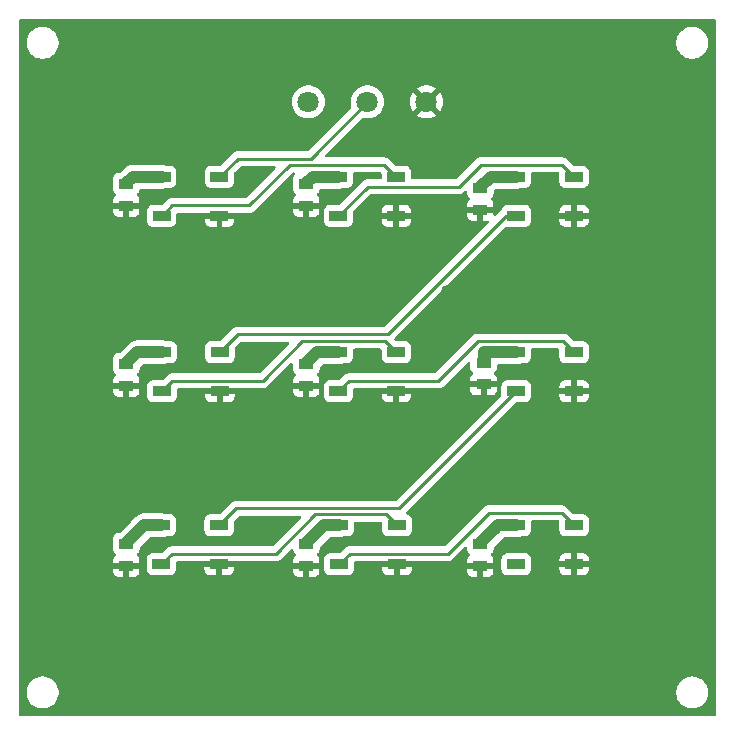
<source format=gbr>
%TF.GenerationSoftware,KiCad,Pcbnew,8.0.7*%
%TF.CreationDate,2025-02-24T23:51:06-05:00*%
%TF.ProjectId,pcb2,70636232-2e6b-4696-9361-645f70636258,rev?*%
%TF.SameCoordinates,Original*%
%TF.FileFunction,Copper,L1,Top*%
%TF.FilePolarity,Positive*%
%FSLAX46Y46*%
G04 Gerber Fmt 4.6, Leading zero omitted, Abs format (unit mm)*
G04 Created by KiCad (PCBNEW 8.0.7) date 2025-02-24 23:51:06*
%MOMM*%
%LPD*%
G01*
G04 APERTURE LIST*
G04 Aperture macros list*
%AMRoundRect*
0 Rectangle with rounded corners*
0 $1 Rounding radius*
0 $2 $3 $4 $5 $6 $7 $8 $9 X,Y pos of 4 corners*
0 Add a 4 corners polygon primitive as box body*
4,1,4,$2,$3,$4,$5,$6,$7,$8,$9,$2,$3,0*
0 Add four circle primitives for the rounded corners*
1,1,$1+$1,$2,$3*
1,1,$1+$1,$4,$5*
1,1,$1+$1,$6,$7*
1,1,$1+$1,$8,$9*
0 Add four rect primitives between the rounded corners*
20,1,$1+$1,$2,$3,$4,$5,0*
20,1,$1+$1,$4,$5,$6,$7,0*
20,1,$1+$1,$6,$7,$8,$9,0*
20,1,$1+$1,$8,$9,$2,$3,0*%
G04 Aperture macros list end*
%TA.AperFunction,SMDPad,CuDef*%
%ADD10R,1.244600X0.863600*%
%TD*%
%TA.AperFunction,SMDPad,CuDef*%
%ADD11RoundRect,0.090000X-0.660000X-0.360000X0.660000X-0.360000X0.660000X0.360000X-0.660000X0.360000X0*%
%TD*%
%TA.AperFunction,ComponentPad*%
%ADD12C,1.803400*%
%TD*%
%TA.AperFunction,ViaPad*%
%ADD13C,1.016000*%
%TD*%
%TA.AperFunction,Conductor*%
%ADD14C,1.016000*%
%TD*%
%TA.AperFunction,Conductor*%
%ADD15C,0.254000*%
%TD*%
G04 APERTURE END LIST*
D10*
%TO.P,C5,1*%
%TO.N,+5V*%
X147320000Y-100672900D03*
%TO.P,C5,2*%
%TO.N,GND*%
X147320000Y-102527100D03*
%TD*%
%TO.P,C2,1*%
%TO.N,+5V*%
X147320000Y-85432900D03*
%TO.P,C2,2*%
%TO.N,GND*%
X147320000Y-87287100D03*
%TD*%
D11*
%TO.P,LED6,1,VDD*%
%TO.N,+5V*%
X165100000Y-99700000D03*
%TO.P,LED6,2,DOUT*%
%TO.N,Net-(LED6-DOUT)*%
X165100000Y-103000000D03*
%TO.P,LED6,3,VSS*%
%TO.N,GND*%
X170000000Y-103000000D03*
%TO.P,LED6,4,DIN*%
%TO.N,Net-(LED5-DOUT)*%
X170000000Y-99700000D03*
%TD*%
%TO.P,LED3,1,VDD*%
%TO.N,+5V*%
X165100000Y-84850000D03*
%TO.P,LED3,2,DOUT*%
%TO.N,Net-(LED3-DOUT)*%
X165100000Y-88150000D03*
%TO.P,LED3,3,VSS*%
%TO.N,GND*%
X170000000Y-88150000D03*
%TO.P,LED3,4,DIN*%
%TO.N,Net-(LED2-DOUT)*%
X170000000Y-84850000D03*
%TD*%
D10*
%TO.P,C6,1*%
%TO.N,+5V*%
X162332000Y-100572900D03*
%TO.P,C6,2*%
%TO.N,GND*%
X162332000Y-102427100D03*
%TD*%
D11*
%TO.P,LED5,1,VDD*%
%TO.N,+5V*%
X150050000Y-99700000D03*
%TO.P,LED5,2,DOUT*%
%TO.N,Net-(LED5-DOUT)*%
X150050000Y-103000000D03*
%TO.P,LED5,3,VSS*%
%TO.N,GND*%
X154950000Y-103000000D03*
%TO.P,LED5,4,DIN*%
%TO.N,Net-(LED4-DOUT)*%
X154950000Y-99700000D03*
%TD*%
%TO.P,LED7,1,VDD*%
%TO.N,+5V*%
X135050000Y-114350000D03*
%TO.P,LED7,2,DOUT*%
%TO.N,Net-(LED7-DOUT)*%
X135050000Y-117650000D03*
%TO.P,LED7,3,VSS*%
%TO.N,GND*%
X139950000Y-117650000D03*
%TO.P,LED7,4,DIN*%
%TO.N,Net-(LED6-DOUT)*%
X139950000Y-114350000D03*
%TD*%
%TO.P,LED9,1,VDD*%
%TO.N,+5V*%
X165100000Y-114350000D03*
%TO.P,LED9,2,DOUT*%
%TO.N,unconnected-(LED9-DOUT-Pad2)*%
X165100000Y-117650000D03*
%TO.P,LED9,3,VSS*%
%TO.N,GND*%
X170000000Y-117650000D03*
%TO.P,LED9,4,DIN*%
%TO.N,Net-(LED8-DOUT)*%
X170000000Y-114350000D03*
%TD*%
D10*
%TO.P,C3,1*%
%TO.N,+5V*%
X162052000Y-85772900D03*
%TO.P,C3,2*%
%TO.N,GND*%
X162052000Y-87627100D03*
%TD*%
D11*
%TO.P,LED1,1,VDD*%
%TO.N,+5V*%
X135075000Y-84850000D03*
%TO.P,LED1,2,DOUT*%
%TO.N,Net-(LED1-DOUT)*%
X135075000Y-88150000D03*
%TO.P,LED1,3,VSS*%
%TO.N,GND*%
X139975000Y-88150000D03*
%TO.P,LED1,4,DIN*%
%TO.N,Net-(J1-Pin_2)*%
X139975000Y-84850000D03*
%TD*%
%TO.P,LED4,1,VDD*%
%TO.N,+5V*%
X135100000Y-99700000D03*
%TO.P,LED4,2,DOUT*%
%TO.N,Net-(LED4-DOUT)*%
X135100000Y-103000000D03*
%TO.P,LED4,3,VSS*%
%TO.N,GND*%
X140000000Y-103000000D03*
%TO.P,LED4,4,DIN*%
%TO.N,Net-(LED3-DOUT)*%
X140000000Y-99700000D03*
%TD*%
%TO.P,LED8,1,VDD*%
%TO.N,+5V*%
X150100000Y-114350000D03*
%TO.P,LED8,2,DOUT*%
%TO.N,Net-(LED8-DOUT)*%
X150100000Y-117650000D03*
%TO.P,LED8,3,VSS*%
%TO.N,GND*%
X155000000Y-117650000D03*
%TO.P,LED8,4,DIN*%
%TO.N,Net-(LED7-DOUT)*%
X155000000Y-114350000D03*
%TD*%
%TO.P,LED2,1,VDD*%
%TO.N,+5V*%
X150050000Y-84850000D03*
%TO.P,LED2,2,DOUT*%
%TO.N,Net-(LED2-DOUT)*%
X150050000Y-88150000D03*
%TO.P,LED2,3,VSS*%
%TO.N,GND*%
X154950000Y-88150000D03*
%TO.P,LED2,4,DIN*%
%TO.N,Net-(LED1-DOUT)*%
X154950000Y-84850000D03*
%TD*%
D10*
%TO.P,C9,1*%
%TO.N,+5V*%
X162052000Y-115912900D03*
%TO.P,C9,2*%
%TO.N,GND*%
X162052000Y-117767100D03*
%TD*%
%TO.P,C7,1*%
%TO.N,+5V*%
X132080000Y-115912900D03*
%TO.P,C7,2*%
%TO.N,GND*%
X132080000Y-117767100D03*
%TD*%
%TO.P,C4,1*%
%TO.N,+5V*%
X132080000Y-100672900D03*
%TO.P,C4,2*%
%TO.N,GND*%
X132080000Y-102527100D03*
%TD*%
%TO.P,C1,1*%
%TO.N,+5V*%
X132080000Y-85432900D03*
%TO.P,C1,2*%
%TO.N,GND*%
X132080000Y-87287100D03*
%TD*%
%TO.P,C8,1*%
%TO.N,+5V*%
X147320000Y-115912900D03*
%TO.P,C8,2*%
%TO.N,GND*%
X147320000Y-117767100D03*
%TD*%
D12*
%TO.P,J1,1,Pin_1*%
%TO.N,+5V*%
X147500000Y-78500000D03*
%TO.P,J1,2,Pin_2*%
%TO.N,Net-(J1-Pin_2)*%
X152500000Y-78500000D03*
%TO.P,J1,3,Pin_3*%
%TO.N,GND*%
X157500000Y-78500000D03*
%TD*%
D13*
%TO.N,GND*%
X159258000Y-94488000D03*
%TO.N,+5V*%
X163322000Y-114681000D03*
X148336000Y-114808000D03*
X163703000Y-84836000D03*
X133223000Y-84836000D03*
X148590000Y-84850000D03*
X148717000Y-99695000D03*
X133350000Y-114554000D03*
X133604000Y-99695000D03*
X163703000Y-99695000D03*
%TD*%
D14*
%TO.N,+5V*%
X150100000Y-114350000D02*
X148857500Y-114350000D01*
X150050000Y-99700000D02*
X148267500Y-99700000D01*
X165100000Y-84850000D02*
X162949500Y-84850000D01*
X133027500Y-99700000D02*
X132080000Y-100647500D01*
X162949500Y-84850000D02*
X162052000Y-85747500D01*
X135050000Y-114350000D02*
X133617500Y-114350000D01*
X165100000Y-114350000D02*
X163589500Y-114350000D01*
X132637500Y-84850000D02*
X132080000Y-85407500D01*
X165100000Y-99700000D02*
X162397578Y-99700000D01*
X162397578Y-99700000D02*
X162332000Y-99765578D01*
X133617500Y-114350000D02*
X132080000Y-115887500D01*
X150050000Y-84850000D02*
X148590000Y-84850000D01*
X148267500Y-99700000D02*
X147320000Y-100647500D01*
X135100000Y-99700000D02*
X133027500Y-99700000D01*
X162332000Y-99765578D02*
X162332000Y-100547500D01*
X135075000Y-84850000D02*
X132637500Y-84850000D01*
X163589500Y-114350000D02*
X162052000Y-115887500D01*
X148857500Y-114350000D02*
X147320000Y-115887500D01*
X148590000Y-84850000D02*
X147877500Y-84850000D01*
X147877500Y-84850000D02*
X147320000Y-85407500D01*
D15*
%TO.N,Net-(J1-Pin_2)*%
X141513000Y-83312000D02*
X147688000Y-83312000D01*
X139975000Y-84850000D02*
X141513000Y-83312000D01*
X147688000Y-83312000D02*
X152500000Y-78500000D01*
%TO.N,Net-(LED1-DOUT)*%
X145923000Y-83820000D02*
X153920000Y-83820000D01*
X135956800Y-87268200D02*
X142474800Y-87268200D01*
X142474800Y-87268200D02*
X145923000Y-83820000D01*
X153920000Y-83820000D02*
X154950000Y-84850000D01*
X135075000Y-88150000D02*
X135956800Y-87268200D01*
%TO.N,Net-(LED2-DOUT)*%
X168970000Y-83820000D02*
X170000000Y-84850000D01*
X160226200Y-85681000D02*
X162087200Y-83820000D01*
X150050000Y-88150000D02*
X152519000Y-85681000D01*
X152519000Y-85681000D02*
X160226200Y-85681000D01*
X162087200Y-83820000D02*
X168970000Y-83820000D01*
%TO.N,Net-(LED3-DOUT)*%
X154245922Y-98171000D02*
X141529000Y-98171000D01*
X165100000Y-88150000D02*
X164266922Y-88150000D01*
X164266922Y-88150000D02*
X154245922Y-98171000D01*
X141529000Y-98171000D02*
X140000000Y-99700000D01*
%TO.N,Net-(LED4-DOUT)*%
X154005200Y-98755200D02*
X154950000Y-99700000D01*
X135981800Y-102118200D02*
X143626800Y-102118200D01*
X143626800Y-102118200D02*
X146989800Y-98755200D01*
X135100000Y-103000000D02*
X135981800Y-102118200D01*
X146989800Y-98755200D02*
X154005200Y-98755200D01*
%TO.N,Net-(LED5-DOUT)*%
X150931800Y-102118200D02*
X158485800Y-102118200D01*
X169055200Y-98755200D02*
X170000000Y-99700000D01*
X150050000Y-103000000D02*
X150931800Y-102118200D01*
X158485800Y-102118200D02*
X161848800Y-98755200D01*
X161848800Y-98755200D02*
X169055200Y-98755200D01*
%TO.N,Net-(LED6-DOUT)*%
X141397800Y-112902200D02*
X139950000Y-114350000D01*
X155197800Y-112902200D02*
X141397800Y-112902200D01*
X165100000Y-103000000D02*
X155197800Y-112902200D01*
%TO.N,Net-(LED7-DOUT)*%
X144724800Y-116768200D02*
X148082800Y-113410200D01*
X135931800Y-116768200D02*
X144724800Y-116768200D01*
X148082800Y-113410200D02*
X154060200Y-113410200D01*
X135050000Y-117650000D02*
X135931800Y-116768200D01*
X154060200Y-113410200D02*
X155000000Y-114350000D01*
%TO.N,Net-(LED8-DOUT)*%
X150100000Y-117650000D02*
X150998900Y-116751100D01*
X168934000Y-113284000D02*
X170000000Y-114350000D01*
X162763200Y-113284000D02*
X168934000Y-113284000D01*
X159296100Y-116751100D02*
X162763200Y-113284000D01*
X150998900Y-116751100D02*
X159296100Y-116751100D01*
%TD*%
%TA.AperFunction,Conductor*%
%TO.N,GND*%
G36*
X181942539Y-71520185D02*
G01*
X181988294Y-71572989D01*
X181999500Y-71624500D01*
X181999500Y-130375500D01*
X181979815Y-130442539D01*
X181927011Y-130488294D01*
X181875500Y-130499500D01*
X123124500Y-130499500D01*
X123057461Y-130479815D01*
X123011706Y-130427011D01*
X123000500Y-130375500D01*
X123000500Y-128393713D01*
X123649500Y-128393713D01*
X123649500Y-128606286D01*
X123682753Y-128816239D01*
X123748444Y-129018414D01*
X123844951Y-129207820D01*
X123969890Y-129379786D01*
X124120213Y-129530109D01*
X124292179Y-129655048D01*
X124292181Y-129655049D01*
X124292184Y-129655051D01*
X124481588Y-129751557D01*
X124683757Y-129817246D01*
X124893713Y-129850500D01*
X124893714Y-129850500D01*
X125106286Y-129850500D01*
X125106287Y-129850500D01*
X125316243Y-129817246D01*
X125518412Y-129751557D01*
X125707816Y-129655051D01*
X125729789Y-129639086D01*
X125879786Y-129530109D01*
X125879788Y-129530106D01*
X125879792Y-129530104D01*
X126030104Y-129379792D01*
X126030106Y-129379788D01*
X126030109Y-129379786D01*
X126155048Y-129207820D01*
X126155047Y-129207820D01*
X126155051Y-129207816D01*
X126251557Y-129018412D01*
X126317246Y-128816243D01*
X126350500Y-128606287D01*
X126350500Y-128393713D01*
X178649500Y-128393713D01*
X178649500Y-128606286D01*
X178682753Y-128816239D01*
X178748444Y-129018414D01*
X178844951Y-129207820D01*
X178969890Y-129379786D01*
X179120213Y-129530109D01*
X179292179Y-129655048D01*
X179292181Y-129655049D01*
X179292184Y-129655051D01*
X179481588Y-129751557D01*
X179683757Y-129817246D01*
X179893713Y-129850500D01*
X179893714Y-129850500D01*
X180106286Y-129850500D01*
X180106287Y-129850500D01*
X180316243Y-129817246D01*
X180518412Y-129751557D01*
X180707816Y-129655051D01*
X180729789Y-129639086D01*
X180879786Y-129530109D01*
X180879788Y-129530106D01*
X180879792Y-129530104D01*
X181030104Y-129379792D01*
X181030106Y-129379788D01*
X181030109Y-129379786D01*
X181155048Y-129207820D01*
X181155047Y-129207820D01*
X181155051Y-129207816D01*
X181251557Y-129018412D01*
X181317246Y-128816243D01*
X181350500Y-128606287D01*
X181350500Y-128393713D01*
X181317246Y-128183757D01*
X181251557Y-127981588D01*
X181155051Y-127792184D01*
X181155049Y-127792181D01*
X181155048Y-127792179D01*
X181030109Y-127620213D01*
X180879786Y-127469890D01*
X180707820Y-127344951D01*
X180518414Y-127248444D01*
X180518413Y-127248443D01*
X180518412Y-127248443D01*
X180316243Y-127182754D01*
X180316241Y-127182753D01*
X180316240Y-127182753D01*
X180154957Y-127157208D01*
X180106287Y-127149500D01*
X179893713Y-127149500D01*
X179845042Y-127157208D01*
X179683760Y-127182753D01*
X179481585Y-127248444D01*
X179292179Y-127344951D01*
X179120213Y-127469890D01*
X178969890Y-127620213D01*
X178844951Y-127792179D01*
X178748444Y-127981585D01*
X178682753Y-128183760D01*
X178649500Y-128393713D01*
X126350500Y-128393713D01*
X126317246Y-128183757D01*
X126251557Y-127981588D01*
X126155051Y-127792184D01*
X126155049Y-127792181D01*
X126155048Y-127792179D01*
X126030109Y-127620213D01*
X125879786Y-127469890D01*
X125707820Y-127344951D01*
X125518414Y-127248444D01*
X125518413Y-127248443D01*
X125518412Y-127248443D01*
X125316243Y-127182754D01*
X125316241Y-127182753D01*
X125316240Y-127182753D01*
X125154957Y-127157208D01*
X125106287Y-127149500D01*
X124893713Y-127149500D01*
X124845042Y-127157208D01*
X124683760Y-127182753D01*
X124481585Y-127248444D01*
X124292179Y-127344951D01*
X124120213Y-127469890D01*
X123969890Y-127620213D01*
X123844951Y-127792179D01*
X123748444Y-127981585D01*
X123682753Y-128183760D01*
X123649500Y-128393713D01*
X123000500Y-128393713D01*
X123000500Y-118246744D01*
X130957700Y-118246744D01*
X130964101Y-118306272D01*
X130964103Y-118306279D01*
X131014345Y-118440986D01*
X131014349Y-118440993D01*
X131100509Y-118556087D01*
X131100512Y-118556090D01*
X131215606Y-118642250D01*
X131215613Y-118642254D01*
X131350320Y-118692496D01*
X131350327Y-118692498D01*
X131409855Y-118698899D01*
X131409872Y-118698900D01*
X131830000Y-118698900D01*
X132330000Y-118698900D01*
X132750128Y-118698900D01*
X132750144Y-118698899D01*
X132809672Y-118692498D01*
X132809679Y-118692496D01*
X132944386Y-118642254D01*
X132944393Y-118642250D01*
X133059487Y-118556090D01*
X133059490Y-118556087D01*
X133145650Y-118440993D01*
X133145654Y-118440986D01*
X133195896Y-118306279D01*
X133195898Y-118306272D01*
X133202299Y-118246744D01*
X133202300Y-118246727D01*
X133202300Y-118017100D01*
X132330000Y-118017100D01*
X132330000Y-118698900D01*
X131830000Y-118698900D01*
X131830000Y-118017100D01*
X130957700Y-118017100D01*
X130957700Y-118246744D01*
X123000500Y-118246744D01*
X123000500Y-115433235D01*
X130957200Y-115433235D01*
X130957200Y-116392570D01*
X130957201Y-116392576D01*
X130963608Y-116452183D01*
X131013902Y-116587028D01*
X131013906Y-116587035D01*
X131100152Y-116702244D01*
X131100153Y-116702244D01*
X131100154Y-116702246D01*
X131117441Y-116715187D01*
X131151984Y-116741046D01*
X131193854Y-116796980D01*
X131198838Y-116866671D01*
X131165352Y-116927994D01*
X131151984Y-116939578D01*
X131100509Y-116978112D01*
X131014349Y-117093206D01*
X131014345Y-117093213D01*
X130964103Y-117227920D01*
X130964101Y-117227927D01*
X130957700Y-117287455D01*
X130957700Y-117517100D01*
X133202300Y-117517100D01*
X133202300Y-117287472D01*
X133202299Y-117287455D01*
X133198411Y-117251298D01*
X133799500Y-117251298D01*
X133799500Y-118048703D01*
X133814696Y-118164142D01*
X133814699Y-118164151D01*
X133874093Y-118307541D01*
X133874200Y-118307798D01*
X133968851Y-118431149D01*
X134092202Y-118525800D01*
X134235849Y-118585301D01*
X134351299Y-118600500D01*
X135748700Y-118600499D01*
X135748703Y-118600499D01*
X135864142Y-118585303D01*
X135864146Y-118585301D01*
X135864151Y-118585301D01*
X136007798Y-118525800D01*
X136131149Y-118431149D01*
X136225800Y-118307798D01*
X136285301Y-118164151D01*
X136300500Y-118048701D01*
X136300500Y-118048670D01*
X138700000Y-118048670D01*
X138715185Y-118164019D01*
X138715187Y-118164024D01*
X138774633Y-118307541D01*
X138774633Y-118307542D01*
X138869207Y-118430792D01*
X138992458Y-118525366D01*
X139135975Y-118584812D01*
X139135980Y-118584814D01*
X139251329Y-118600000D01*
X139700000Y-118600000D01*
X140200000Y-118600000D01*
X140648671Y-118600000D01*
X140764019Y-118584814D01*
X140764024Y-118584812D01*
X140907541Y-118525366D01*
X140907542Y-118525366D01*
X141030792Y-118430792D01*
X141125366Y-118307542D01*
X141125366Y-118307541D01*
X141150549Y-118246744D01*
X146197700Y-118246744D01*
X146204101Y-118306272D01*
X146204103Y-118306279D01*
X146254345Y-118440986D01*
X146254349Y-118440993D01*
X146340509Y-118556087D01*
X146340512Y-118556090D01*
X146455606Y-118642250D01*
X146455613Y-118642254D01*
X146590320Y-118692496D01*
X146590327Y-118692498D01*
X146649855Y-118698899D01*
X146649872Y-118698900D01*
X147070000Y-118698900D01*
X147570000Y-118698900D01*
X147990128Y-118698900D01*
X147990144Y-118698899D01*
X148049672Y-118692498D01*
X148049679Y-118692496D01*
X148184386Y-118642254D01*
X148184393Y-118642250D01*
X148299487Y-118556090D01*
X148299490Y-118556087D01*
X148385650Y-118440993D01*
X148385654Y-118440986D01*
X148435896Y-118306279D01*
X148435898Y-118306272D01*
X148442299Y-118246744D01*
X148442300Y-118246727D01*
X148442300Y-118017100D01*
X147570000Y-118017100D01*
X147570000Y-118698900D01*
X147070000Y-118698900D01*
X147070000Y-118017100D01*
X146197700Y-118017100D01*
X146197700Y-118246744D01*
X141150549Y-118246744D01*
X141184812Y-118164024D01*
X141184814Y-118164019D01*
X141200000Y-118048670D01*
X141200000Y-117900000D01*
X140200000Y-117900000D01*
X140200000Y-118600000D01*
X139700000Y-118600000D01*
X139700000Y-117900000D01*
X138700000Y-117900000D01*
X138700000Y-118048670D01*
X136300500Y-118048670D01*
X136300499Y-117519699D01*
X136320183Y-117452661D01*
X136372987Y-117406906D01*
X136424499Y-117395700D01*
X138644338Y-117395700D01*
X138658982Y-117400000D01*
X141226619Y-117400000D01*
X141229304Y-117398534D01*
X141255662Y-117395700D01*
X144786604Y-117395700D01*
X144786605Y-117395699D01*
X144907835Y-117371586D01*
X144988584Y-117338137D01*
X145022033Y-117324283D01*
X145124808Y-117255611D01*
X145212211Y-117168208D01*
X145993752Y-116386665D01*
X146055073Y-116353182D01*
X146124764Y-116358166D01*
X146180698Y-116400037D01*
X146202107Y-116445829D01*
X146203608Y-116452182D01*
X146253902Y-116587028D01*
X146253906Y-116587035D01*
X146340152Y-116702244D01*
X146340153Y-116702244D01*
X146340154Y-116702246D01*
X146357441Y-116715187D01*
X146391984Y-116741046D01*
X146433854Y-116796980D01*
X146438838Y-116866671D01*
X146405352Y-116927994D01*
X146391984Y-116939578D01*
X146340509Y-116978112D01*
X146254349Y-117093206D01*
X146254345Y-117093213D01*
X146204103Y-117227920D01*
X146204101Y-117227927D01*
X146197700Y-117287455D01*
X146197700Y-117517100D01*
X148442300Y-117517100D01*
X148442300Y-117287472D01*
X148442299Y-117287455D01*
X148438411Y-117251298D01*
X148849500Y-117251298D01*
X148849500Y-118048703D01*
X148864696Y-118164142D01*
X148864699Y-118164151D01*
X148924093Y-118307541D01*
X148924200Y-118307798D01*
X149018851Y-118431149D01*
X149142202Y-118525800D01*
X149285849Y-118585301D01*
X149401299Y-118600500D01*
X150798700Y-118600499D01*
X150798703Y-118600499D01*
X150914142Y-118585303D01*
X150914146Y-118585301D01*
X150914151Y-118585301D01*
X151057798Y-118525800D01*
X151181149Y-118431149D01*
X151275800Y-118307798D01*
X151335301Y-118164151D01*
X151350500Y-118048701D01*
X151350500Y-118048670D01*
X153750000Y-118048670D01*
X153765185Y-118164019D01*
X153765187Y-118164024D01*
X153824633Y-118307541D01*
X153824633Y-118307542D01*
X153919207Y-118430792D01*
X154042458Y-118525366D01*
X154185975Y-118584812D01*
X154185980Y-118584814D01*
X154301329Y-118600000D01*
X154750000Y-118600000D01*
X155250000Y-118600000D01*
X155698671Y-118600000D01*
X155814019Y-118584814D01*
X155814024Y-118584812D01*
X155957541Y-118525366D01*
X155957542Y-118525366D01*
X156080792Y-118430792D01*
X156175366Y-118307542D01*
X156175366Y-118307541D01*
X156200549Y-118246744D01*
X160929700Y-118246744D01*
X160936101Y-118306272D01*
X160936103Y-118306279D01*
X160986345Y-118440986D01*
X160986349Y-118440993D01*
X161072509Y-118556087D01*
X161072512Y-118556090D01*
X161187606Y-118642250D01*
X161187613Y-118642254D01*
X161322320Y-118692496D01*
X161322327Y-118692498D01*
X161381855Y-118698899D01*
X161381872Y-118698900D01*
X161802000Y-118698900D01*
X162302000Y-118698900D01*
X162722128Y-118698900D01*
X162722144Y-118698899D01*
X162781672Y-118692498D01*
X162781679Y-118692496D01*
X162916386Y-118642254D01*
X162916393Y-118642250D01*
X163031487Y-118556090D01*
X163031490Y-118556087D01*
X163117650Y-118440993D01*
X163117654Y-118440986D01*
X163167896Y-118306279D01*
X163167898Y-118306272D01*
X163174299Y-118246744D01*
X163174300Y-118246727D01*
X163174300Y-118017100D01*
X162302000Y-118017100D01*
X162302000Y-118698900D01*
X161802000Y-118698900D01*
X161802000Y-118017100D01*
X160929700Y-118017100D01*
X160929700Y-118246744D01*
X156200549Y-118246744D01*
X156234812Y-118164024D01*
X156234814Y-118164019D01*
X156250000Y-118048670D01*
X156250000Y-117900000D01*
X155250000Y-117900000D01*
X155250000Y-118600000D01*
X154750000Y-118600000D01*
X154750000Y-117900000D01*
X153750000Y-117900000D01*
X153750000Y-118048670D01*
X151350500Y-118048670D01*
X151350499Y-117502599D01*
X151370183Y-117435561D01*
X151422987Y-117389806D01*
X151474499Y-117378600D01*
X153677238Y-117378600D01*
X153744277Y-117398285D01*
X153746405Y-117400000D01*
X156262403Y-117400000D01*
X156296404Y-117381434D01*
X156322762Y-117378600D01*
X159357904Y-117378600D01*
X159357905Y-117378599D01*
X159479135Y-117354486D01*
X159559884Y-117321037D01*
X159593333Y-117307183D01*
X159696108Y-117238511D01*
X159783511Y-117151108D01*
X160717521Y-116217096D01*
X160778842Y-116183613D01*
X160848533Y-116188597D01*
X160904467Y-116230468D01*
X160928884Y-116295933D01*
X160929200Y-116304778D01*
X160929200Y-116392569D01*
X160929201Y-116392576D01*
X160935608Y-116452183D01*
X160985902Y-116587028D01*
X160985906Y-116587035D01*
X161072152Y-116702244D01*
X161072153Y-116702244D01*
X161072154Y-116702246D01*
X161089441Y-116715187D01*
X161123984Y-116741046D01*
X161165854Y-116796980D01*
X161170838Y-116866671D01*
X161137352Y-116927994D01*
X161123984Y-116939578D01*
X161072509Y-116978112D01*
X160986349Y-117093206D01*
X160986345Y-117093213D01*
X160936103Y-117227920D01*
X160936101Y-117227927D01*
X160929700Y-117287455D01*
X160929700Y-117517100D01*
X163174300Y-117517100D01*
X163174300Y-117287472D01*
X163174299Y-117287455D01*
X163170411Y-117251298D01*
X163849500Y-117251298D01*
X163849500Y-118048703D01*
X163864696Y-118164142D01*
X163864699Y-118164151D01*
X163924093Y-118307541D01*
X163924200Y-118307798D01*
X164018851Y-118431149D01*
X164142202Y-118525800D01*
X164285849Y-118585301D01*
X164401299Y-118600500D01*
X165798700Y-118600499D01*
X165798703Y-118600499D01*
X165914142Y-118585303D01*
X165914146Y-118585301D01*
X165914151Y-118585301D01*
X166057798Y-118525800D01*
X166181149Y-118431149D01*
X166275800Y-118307798D01*
X166335301Y-118164151D01*
X166350500Y-118048701D01*
X166350500Y-118048670D01*
X168750000Y-118048670D01*
X168765185Y-118164019D01*
X168765187Y-118164024D01*
X168824633Y-118307541D01*
X168824633Y-118307542D01*
X168919207Y-118430792D01*
X169042458Y-118525366D01*
X169185975Y-118584812D01*
X169185980Y-118584814D01*
X169301329Y-118600000D01*
X169750000Y-118600000D01*
X170250000Y-118600000D01*
X170698671Y-118600000D01*
X170814019Y-118584814D01*
X170814024Y-118584812D01*
X170957541Y-118525366D01*
X170957542Y-118525366D01*
X171080792Y-118430792D01*
X171175366Y-118307542D01*
X171175366Y-118307541D01*
X171234812Y-118164024D01*
X171234814Y-118164019D01*
X171250000Y-118048670D01*
X171250000Y-117900000D01*
X170250000Y-117900000D01*
X170250000Y-118600000D01*
X169750000Y-118600000D01*
X169750000Y-117900000D01*
X168750000Y-117900000D01*
X168750000Y-118048670D01*
X166350500Y-118048670D01*
X166350499Y-117251329D01*
X168750000Y-117251329D01*
X168750000Y-117400000D01*
X169750000Y-117400000D01*
X170250000Y-117400000D01*
X171250000Y-117400000D01*
X171250000Y-117251329D01*
X171234814Y-117135980D01*
X171234812Y-117135975D01*
X171175366Y-116992458D01*
X171175366Y-116992457D01*
X171080792Y-116869207D01*
X170957541Y-116774633D01*
X170814024Y-116715187D01*
X170814019Y-116715185D01*
X170698671Y-116700000D01*
X170250000Y-116700000D01*
X170250000Y-117400000D01*
X169750000Y-117400000D01*
X169750000Y-116700000D01*
X169301329Y-116700000D01*
X169185980Y-116715185D01*
X169185975Y-116715187D01*
X169042458Y-116774633D01*
X169042457Y-116774633D01*
X168919207Y-116869207D01*
X168824633Y-116992457D01*
X168824633Y-116992458D01*
X168765187Y-117135975D01*
X168765185Y-117135980D01*
X168750000Y-117251329D01*
X166350499Y-117251329D01*
X166350499Y-117251300D01*
X166350499Y-117251298D01*
X166350499Y-117251296D01*
X166335303Y-117135857D01*
X166335301Y-117135850D01*
X166335301Y-117135849D01*
X166275800Y-116992202D01*
X166181149Y-116868851D01*
X166057798Y-116774200D01*
X166057794Y-116774198D01*
X165914151Y-116714699D01*
X165914149Y-116714698D01*
X165798701Y-116699500D01*
X164401296Y-116699500D01*
X164285857Y-116714696D01*
X164285848Y-116714699D01*
X164142205Y-116774198D01*
X164142202Y-116774199D01*
X164142202Y-116774200D01*
X164021692Y-116866671D01*
X164018851Y-116868851D01*
X163924198Y-116992205D01*
X163864699Y-117135848D01*
X163864698Y-117135850D01*
X163849500Y-117251298D01*
X163170411Y-117251298D01*
X163167898Y-117227927D01*
X163167896Y-117227920D01*
X163117654Y-117093213D01*
X163117650Y-117093206D01*
X163031490Y-116978113D01*
X162980016Y-116939579D01*
X162938145Y-116883645D01*
X162933161Y-116813953D01*
X162966646Y-116752630D01*
X162980007Y-116741052D01*
X163031846Y-116702246D01*
X163118096Y-116587031D01*
X163168391Y-116452183D01*
X163174800Y-116392573D01*
X163174799Y-116242295D01*
X163194483Y-116175256D01*
X163211113Y-116154619D01*
X163779913Y-115585819D01*
X163809134Y-115564147D01*
X163885004Y-115523595D01*
X164038568Y-115397568D01*
X164038572Y-115397562D01*
X164041311Y-115394825D01*
X164043104Y-115393845D01*
X164043277Y-115393704D01*
X164043303Y-115393736D01*
X164102631Y-115361336D01*
X164128998Y-115358500D01*
X165199330Y-115358500D01*
X165199331Y-115358499D01*
X165394169Y-115319744D01*
X165409438Y-115313418D01*
X165417843Y-115309938D01*
X165465296Y-115300499D01*
X165798703Y-115300499D01*
X165914142Y-115285303D01*
X165914146Y-115285301D01*
X165914151Y-115285301D01*
X166057798Y-115225800D01*
X166181149Y-115131149D01*
X166275800Y-115007798D01*
X166335301Y-114864151D01*
X166350500Y-114748701D01*
X166350499Y-114035499D01*
X166370183Y-113968461D01*
X166422987Y-113922706D01*
X166474499Y-113911500D01*
X168622719Y-113911500D01*
X168689758Y-113931185D01*
X168710400Y-113947819D01*
X168713181Y-113950600D01*
X168746666Y-114011923D01*
X168749500Y-114038281D01*
X168749500Y-114748703D01*
X168764696Y-114864142D01*
X168764699Y-114864151D01*
X168812934Y-114980601D01*
X168824200Y-115007798D01*
X168918851Y-115131149D01*
X169042202Y-115225800D01*
X169185849Y-115285301D01*
X169301299Y-115300500D01*
X170698700Y-115300499D01*
X170698703Y-115300499D01*
X170814142Y-115285303D01*
X170814146Y-115285301D01*
X170814151Y-115285301D01*
X170957798Y-115225800D01*
X171081149Y-115131149D01*
X171175800Y-115007798D01*
X171235301Y-114864151D01*
X171250500Y-114748701D01*
X171250499Y-113951300D01*
X171250499Y-113951298D01*
X171250499Y-113951296D01*
X171235303Y-113835857D01*
X171235301Y-113835850D01*
X171235301Y-113835849D01*
X171175800Y-113692202D01*
X171081149Y-113568851D01*
X170957798Y-113474200D01*
X170957794Y-113474198D01*
X170814151Y-113414699D01*
X170814149Y-113414698D01*
X170698702Y-113399500D01*
X170698701Y-113399500D01*
X169988281Y-113399500D01*
X169921242Y-113379815D01*
X169900600Y-113363181D01*
X169334011Y-112796591D01*
X169334007Y-112796588D01*
X169231239Y-112727920D01*
X169231226Y-112727913D01*
X169197785Y-112714062D01*
X169117035Y-112680614D01*
X169117027Y-112680612D01*
X168995807Y-112656500D01*
X168995803Y-112656500D01*
X162825003Y-112656500D01*
X162701397Y-112656500D01*
X162701392Y-112656500D01*
X162580173Y-112680611D01*
X162580173Y-112680612D01*
X162580170Y-112680613D01*
X162580166Y-112680614D01*
X162513270Y-112708323D01*
X162513268Y-112708323D01*
X162465970Y-112727915D01*
X162363189Y-112796590D01*
X162363188Y-112796591D01*
X159072500Y-116087281D01*
X159011177Y-116120766D01*
X158984819Y-116123600D01*
X150937092Y-116123600D01*
X150815873Y-116147711D01*
X150815873Y-116147712D01*
X150815870Y-116147713D01*
X150815866Y-116147714D01*
X150748970Y-116175423D01*
X150748968Y-116175423D01*
X150701670Y-116195015D01*
X150598888Y-116263691D01*
X150199398Y-116663181D01*
X150138075Y-116696666D01*
X150111717Y-116699500D01*
X149401296Y-116699500D01*
X149285857Y-116714696D01*
X149285848Y-116714699D01*
X149142205Y-116774198D01*
X149142202Y-116774199D01*
X149142202Y-116774200D01*
X149021692Y-116866671D01*
X149018851Y-116868851D01*
X148924198Y-116992205D01*
X148864699Y-117135848D01*
X148864698Y-117135850D01*
X148849500Y-117251298D01*
X148438411Y-117251298D01*
X148435898Y-117227927D01*
X148435896Y-117227920D01*
X148385654Y-117093213D01*
X148385650Y-117093206D01*
X148299490Y-116978113D01*
X148248016Y-116939579D01*
X148206145Y-116883645D01*
X148201161Y-116813953D01*
X148234646Y-116752630D01*
X148248007Y-116741052D01*
X148299846Y-116702246D01*
X148386096Y-116587031D01*
X148436391Y-116452183D01*
X148442800Y-116392573D01*
X148442799Y-116242295D01*
X148462483Y-116175256D01*
X148479113Y-116154619D01*
X149238915Y-115394819D01*
X149300238Y-115361334D01*
X149326596Y-115358500D01*
X150199330Y-115358500D01*
X150199331Y-115358499D01*
X150394169Y-115319744D01*
X150409438Y-115313418D01*
X150417843Y-115309938D01*
X150465296Y-115300499D01*
X150798703Y-115300499D01*
X150914142Y-115285303D01*
X150914146Y-115285301D01*
X150914151Y-115285301D01*
X151057798Y-115225800D01*
X151181149Y-115131149D01*
X151275800Y-115007798D01*
X151335301Y-114864151D01*
X151350500Y-114748701D01*
X151350499Y-114161699D01*
X151370183Y-114094661D01*
X151422987Y-114048906D01*
X151474499Y-114037700D01*
X153625500Y-114037700D01*
X153692539Y-114057385D01*
X153738294Y-114110189D01*
X153749500Y-114161700D01*
X153749500Y-114748703D01*
X153764696Y-114864142D01*
X153764699Y-114864151D01*
X153812934Y-114980601D01*
X153824200Y-115007798D01*
X153918851Y-115131149D01*
X154042202Y-115225800D01*
X154185849Y-115285301D01*
X154301299Y-115300500D01*
X155698700Y-115300499D01*
X155698703Y-115300499D01*
X155814142Y-115285303D01*
X155814146Y-115285301D01*
X155814151Y-115285301D01*
X155957798Y-115225800D01*
X156081149Y-115131149D01*
X156175800Y-115007798D01*
X156235301Y-114864151D01*
X156250500Y-114748701D01*
X156250499Y-113951300D01*
X156250499Y-113951298D01*
X156250499Y-113951296D01*
X156235303Y-113835857D01*
X156235301Y-113835850D01*
X156235301Y-113835849D01*
X156175800Y-113692202D01*
X156081149Y-113568851D01*
X155957798Y-113474200D01*
X155957794Y-113474198D01*
X155814885Y-113415003D01*
X155760482Y-113371162D01*
X155738417Y-113304868D01*
X155755696Y-113237168D01*
X155774653Y-113212765D01*
X165000600Y-103986817D01*
X165061923Y-103953333D01*
X165088281Y-103950499D01*
X165798703Y-103950499D01*
X165914142Y-103935303D01*
X165914146Y-103935301D01*
X165914151Y-103935301D01*
X166057798Y-103875800D01*
X166181149Y-103781149D01*
X166275800Y-103657798D01*
X166335301Y-103514151D01*
X166350500Y-103398701D01*
X166350500Y-103398670D01*
X168750000Y-103398670D01*
X168765185Y-103514019D01*
X168765187Y-103514024D01*
X168824633Y-103657541D01*
X168824633Y-103657542D01*
X168919207Y-103780792D01*
X169042458Y-103875366D01*
X169185975Y-103934812D01*
X169185980Y-103934814D01*
X169301329Y-103950000D01*
X169750000Y-103950000D01*
X170250000Y-103950000D01*
X170698671Y-103950000D01*
X170814019Y-103934814D01*
X170814024Y-103934812D01*
X170957541Y-103875366D01*
X170957542Y-103875366D01*
X171080792Y-103780792D01*
X171175366Y-103657542D01*
X171175366Y-103657541D01*
X171234812Y-103514024D01*
X171234814Y-103514019D01*
X171250000Y-103398670D01*
X171250000Y-103250000D01*
X170250000Y-103250000D01*
X170250000Y-103950000D01*
X169750000Y-103950000D01*
X169750000Y-103250000D01*
X168750000Y-103250000D01*
X168750000Y-103398670D01*
X166350500Y-103398670D01*
X166350499Y-102601329D01*
X168750000Y-102601329D01*
X168750000Y-102750000D01*
X169750000Y-102750000D01*
X170250000Y-102750000D01*
X171250000Y-102750000D01*
X171250000Y-102601329D01*
X171234814Y-102485980D01*
X171234812Y-102485975D01*
X171175366Y-102342458D01*
X171175366Y-102342457D01*
X171080792Y-102219207D01*
X170957541Y-102124633D01*
X170814024Y-102065187D01*
X170814019Y-102065185D01*
X170698671Y-102050000D01*
X170250000Y-102050000D01*
X170250000Y-102750000D01*
X169750000Y-102750000D01*
X169750000Y-102050000D01*
X169301329Y-102050000D01*
X169185980Y-102065185D01*
X169185975Y-102065187D01*
X169042458Y-102124633D01*
X169042457Y-102124633D01*
X168919207Y-102219207D01*
X168824633Y-102342457D01*
X168824633Y-102342458D01*
X168765187Y-102485975D01*
X168765185Y-102485980D01*
X168750000Y-102601329D01*
X166350499Y-102601329D01*
X166350499Y-102601300D01*
X166350499Y-102601298D01*
X166350499Y-102601296D01*
X166335303Y-102485857D01*
X166335301Y-102485850D01*
X166335301Y-102485849D01*
X166275800Y-102342202D01*
X166181149Y-102218851D01*
X166057798Y-102124200D01*
X166057794Y-102124198D01*
X165914151Y-102064699D01*
X165914149Y-102064698D01*
X165798701Y-102049500D01*
X164401296Y-102049500D01*
X164285857Y-102064696D01*
X164285848Y-102064699D01*
X164142205Y-102124198D01*
X164018851Y-102218851D01*
X163924198Y-102342205D01*
X163864699Y-102485848D01*
X163864698Y-102485850D01*
X163849500Y-102601298D01*
X163849500Y-103311718D01*
X163829815Y-103378757D01*
X163813181Y-103399399D01*
X154974200Y-112238381D01*
X154912877Y-112271866D01*
X154886519Y-112274700D01*
X141335994Y-112274700D01*
X141214770Y-112298813D01*
X141214760Y-112298816D01*
X141100573Y-112346113D01*
X141100560Y-112346120D01*
X140997792Y-112414788D01*
X140997788Y-112414791D01*
X140049398Y-113363181D01*
X139988075Y-113396666D01*
X139961717Y-113399500D01*
X139251296Y-113399500D01*
X139135857Y-113414696D01*
X139135848Y-113414699D01*
X138992205Y-113474198D01*
X138992202Y-113474199D01*
X138992202Y-113474200D01*
X138872542Y-113566019D01*
X138868851Y-113568851D01*
X138774198Y-113692205D01*
X138714699Y-113835848D01*
X138714698Y-113835850D01*
X138699500Y-113951298D01*
X138699500Y-114748703D01*
X138714696Y-114864142D01*
X138714699Y-114864151D01*
X138762934Y-114980601D01*
X138774200Y-115007798D01*
X138868851Y-115131149D01*
X138992202Y-115225800D01*
X139135849Y-115285301D01*
X139251299Y-115300500D01*
X140648700Y-115300499D01*
X140648703Y-115300499D01*
X140764142Y-115285303D01*
X140764146Y-115285301D01*
X140764151Y-115285301D01*
X140907798Y-115225800D01*
X141031149Y-115131149D01*
X141125800Y-115007798D01*
X141185301Y-114864151D01*
X141200500Y-114748701D01*
X141200499Y-114038280D01*
X141220183Y-113971242D01*
X141236818Y-113950600D01*
X141621400Y-113566019D01*
X141682723Y-113532534D01*
X141709081Y-113529700D01*
X146776519Y-113529700D01*
X146843558Y-113549385D01*
X146889313Y-113602189D01*
X146899257Y-113671347D01*
X146870232Y-113734903D01*
X146864200Y-113741381D01*
X144501200Y-116104381D01*
X144439877Y-116137866D01*
X144413519Y-116140700D01*
X135869992Y-116140700D01*
X135748773Y-116164811D01*
X135748773Y-116164812D01*
X135748770Y-116164813D01*
X135748766Y-116164814D01*
X135681870Y-116192523D01*
X135681868Y-116192523D01*
X135634568Y-116212116D01*
X135634564Y-116212118D01*
X135557383Y-116263689D01*
X135551027Y-116267936D01*
X135531789Y-116280790D01*
X135149398Y-116663181D01*
X135088075Y-116696666D01*
X135061717Y-116699500D01*
X134351296Y-116699500D01*
X134235857Y-116714696D01*
X134235848Y-116714699D01*
X134092205Y-116774198D01*
X134092202Y-116774199D01*
X134092202Y-116774200D01*
X133971692Y-116866671D01*
X133968851Y-116868851D01*
X133874198Y-116992205D01*
X133814699Y-117135848D01*
X133814698Y-117135850D01*
X133799500Y-117251298D01*
X133198411Y-117251298D01*
X133195898Y-117227927D01*
X133195896Y-117227920D01*
X133145654Y-117093213D01*
X133145650Y-117093206D01*
X133059490Y-116978113D01*
X133008016Y-116939579D01*
X132966145Y-116883645D01*
X132961161Y-116813953D01*
X132994646Y-116752630D01*
X133008007Y-116741052D01*
X133059846Y-116702246D01*
X133146096Y-116587031D01*
X133196391Y-116452183D01*
X133202800Y-116392573D01*
X133202799Y-116242295D01*
X133222483Y-116175256D01*
X133239113Y-116154619D01*
X133998915Y-115394819D01*
X134060238Y-115361334D01*
X134086596Y-115358500D01*
X135149330Y-115358500D01*
X135149331Y-115358499D01*
X135344169Y-115319744D01*
X135359438Y-115313418D01*
X135367843Y-115309938D01*
X135415296Y-115300499D01*
X135748703Y-115300499D01*
X135864142Y-115285303D01*
X135864146Y-115285301D01*
X135864151Y-115285301D01*
X136007798Y-115225800D01*
X136131149Y-115131149D01*
X136225800Y-115007798D01*
X136285301Y-114864151D01*
X136300500Y-114748701D01*
X136300499Y-113951300D01*
X136300499Y-113951298D01*
X136300499Y-113951296D01*
X136285303Y-113835857D01*
X136285301Y-113835850D01*
X136285301Y-113835849D01*
X136225800Y-113692202D01*
X136131149Y-113568851D01*
X136007798Y-113474200D01*
X136007794Y-113474198D01*
X135864151Y-113414699D01*
X135864149Y-113414698D01*
X135748702Y-113399500D01*
X135748701Y-113399500D01*
X135415293Y-113399500D01*
X135367840Y-113390061D01*
X135344169Y-113380256D01*
X135344161Y-113380254D01*
X135149333Y-113341500D01*
X135149329Y-113341500D01*
X133518171Y-113341500D01*
X133518166Y-113341500D01*
X133323338Y-113380254D01*
X133323330Y-113380256D01*
X133139798Y-113456277D01*
X133139789Y-113456282D01*
X132974622Y-113566644D01*
X132892085Y-113649179D01*
X132862860Y-113670853D01*
X132786994Y-113711405D01*
X132633431Y-113837431D01*
X132507405Y-113990994D01*
X132466852Y-114066862D01*
X132445176Y-114096088D01*
X131596983Y-114944281D01*
X131535660Y-114977766D01*
X131509303Y-114980600D01*
X131409830Y-114980600D01*
X131409823Y-114980601D01*
X131350216Y-114987008D01*
X131215371Y-115037302D01*
X131215364Y-115037306D01*
X131100155Y-115123552D01*
X131100152Y-115123555D01*
X131013906Y-115238764D01*
X131013902Y-115238771D01*
X130963608Y-115373617D01*
X130957201Y-115433216D01*
X130957200Y-115433235D01*
X123000500Y-115433235D01*
X123000500Y-103006744D01*
X130957700Y-103006744D01*
X130964101Y-103066272D01*
X130964103Y-103066279D01*
X131014345Y-103200986D01*
X131014349Y-103200993D01*
X131100509Y-103316087D01*
X131100512Y-103316090D01*
X131215606Y-103402250D01*
X131215613Y-103402254D01*
X131350320Y-103452496D01*
X131350327Y-103452498D01*
X131409855Y-103458899D01*
X131409872Y-103458900D01*
X131830000Y-103458900D01*
X132330000Y-103458900D01*
X132750128Y-103458900D01*
X132750144Y-103458899D01*
X132809672Y-103452498D01*
X132809679Y-103452496D01*
X132944386Y-103402254D01*
X132944393Y-103402250D01*
X133059487Y-103316090D01*
X133059490Y-103316087D01*
X133145650Y-103200993D01*
X133145654Y-103200986D01*
X133195896Y-103066279D01*
X133195898Y-103066272D01*
X133202299Y-103006744D01*
X133202300Y-103006727D01*
X133202300Y-102777100D01*
X132330000Y-102777100D01*
X132330000Y-103458900D01*
X131830000Y-103458900D01*
X131830000Y-102777100D01*
X130957700Y-102777100D01*
X130957700Y-103006744D01*
X123000500Y-103006744D01*
X123000500Y-102601298D01*
X133849500Y-102601298D01*
X133849500Y-103398703D01*
X133864696Y-103514142D01*
X133864699Y-103514151D01*
X133924093Y-103657541D01*
X133924200Y-103657798D01*
X134018851Y-103781149D01*
X134142202Y-103875800D01*
X134285849Y-103935301D01*
X134401299Y-103950500D01*
X135798700Y-103950499D01*
X135798703Y-103950499D01*
X135914142Y-103935303D01*
X135914146Y-103935301D01*
X135914151Y-103935301D01*
X136057798Y-103875800D01*
X136181149Y-103781149D01*
X136275800Y-103657798D01*
X136335301Y-103514151D01*
X136350500Y-103398701D01*
X136350500Y-103398670D01*
X138750000Y-103398670D01*
X138765185Y-103514019D01*
X138765187Y-103514024D01*
X138824633Y-103657541D01*
X138824633Y-103657542D01*
X138919207Y-103780792D01*
X139042458Y-103875366D01*
X139185975Y-103934812D01*
X139185980Y-103934814D01*
X139301329Y-103950000D01*
X139750000Y-103950000D01*
X140250000Y-103950000D01*
X140698671Y-103950000D01*
X140814019Y-103934814D01*
X140814024Y-103934812D01*
X140957541Y-103875366D01*
X140957542Y-103875366D01*
X141080792Y-103780792D01*
X141175366Y-103657542D01*
X141175366Y-103657541D01*
X141234812Y-103514024D01*
X141234814Y-103514019D01*
X141250000Y-103398670D01*
X141250000Y-103250000D01*
X140250000Y-103250000D01*
X140250000Y-103950000D01*
X139750000Y-103950000D01*
X139750000Y-103250000D01*
X138750000Y-103250000D01*
X138750000Y-103398670D01*
X136350500Y-103398670D01*
X136350499Y-103006744D01*
X146197700Y-103006744D01*
X146204101Y-103066272D01*
X146204103Y-103066279D01*
X146254345Y-103200986D01*
X146254349Y-103200993D01*
X146340509Y-103316087D01*
X146340512Y-103316090D01*
X146455606Y-103402250D01*
X146455613Y-103402254D01*
X146590320Y-103452496D01*
X146590327Y-103452498D01*
X146649855Y-103458899D01*
X146649872Y-103458900D01*
X147070000Y-103458900D01*
X147570000Y-103458900D01*
X147990128Y-103458900D01*
X147990144Y-103458899D01*
X148049672Y-103452498D01*
X148049679Y-103452496D01*
X148184386Y-103402254D01*
X148184393Y-103402250D01*
X148299487Y-103316090D01*
X148299490Y-103316087D01*
X148385650Y-103200993D01*
X148385654Y-103200986D01*
X148435896Y-103066279D01*
X148435898Y-103066272D01*
X148442299Y-103006744D01*
X148442300Y-103006727D01*
X148442300Y-102777100D01*
X147570000Y-102777100D01*
X147570000Y-103458900D01*
X147070000Y-103458900D01*
X147070000Y-102777100D01*
X146197700Y-102777100D01*
X146197700Y-103006744D01*
X136350499Y-103006744D01*
X136350499Y-102869699D01*
X136370183Y-102802661D01*
X136422987Y-102756906D01*
X136474499Y-102745700D01*
X138694338Y-102745700D01*
X138708982Y-102750000D01*
X141276619Y-102750000D01*
X141279304Y-102748534D01*
X141305662Y-102745700D01*
X143688604Y-102745700D01*
X143688605Y-102745699D01*
X143809835Y-102721586D01*
X143890584Y-102688137D01*
X143924033Y-102674283D01*
X144026808Y-102605611D01*
X144031121Y-102601298D01*
X148799500Y-102601298D01*
X148799500Y-103398703D01*
X148814696Y-103514142D01*
X148814699Y-103514151D01*
X148874093Y-103657541D01*
X148874200Y-103657798D01*
X148968851Y-103781149D01*
X149092202Y-103875800D01*
X149235849Y-103935301D01*
X149351299Y-103950500D01*
X150748700Y-103950499D01*
X150748703Y-103950499D01*
X150864142Y-103935303D01*
X150864146Y-103935301D01*
X150864151Y-103935301D01*
X151007798Y-103875800D01*
X151131149Y-103781149D01*
X151225800Y-103657798D01*
X151285301Y-103514151D01*
X151300500Y-103398701D01*
X151300500Y-103398670D01*
X153700000Y-103398670D01*
X153715185Y-103514019D01*
X153715187Y-103514024D01*
X153774633Y-103657541D01*
X153774633Y-103657542D01*
X153869207Y-103780792D01*
X153992458Y-103875366D01*
X154135975Y-103934812D01*
X154135980Y-103934814D01*
X154251329Y-103950000D01*
X154700000Y-103950000D01*
X155200000Y-103950000D01*
X155648671Y-103950000D01*
X155764019Y-103934814D01*
X155764024Y-103934812D01*
X155907541Y-103875366D01*
X155907542Y-103875366D01*
X156030792Y-103780792D01*
X156125366Y-103657542D01*
X156125366Y-103657541D01*
X156184812Y-103514024D01*
X156184814Y-103514019D01*
X156200000Y-103398670D01*
X156200000Y-103250000D01*
X155200000Y-103250000D01*
X155200000Y-103950000D01*
X154700000Y-103950000D01*
X154700000Y-103250000D01*
X153700000Y-103250000D01*
X153700000Y-103398670D01*
X151300500Y-103398670D01*
X151300499Y-102906744D01*
X161209700Y-102906744D01*
X161216101Y-102966272D01*
X161216103Y-102966279D01*
X161266345Y-103100986D01*
X161266349Y-103100993D01*
X161352509Y-103216087D01*
X161352512Y-103216090D01*
X161467606Y-103302250D01*
X161467613Y-103302254D01*
X161602320Y-103352496D01*
X161602327Y-103352498D01*
X161661855Y-103358899D01*
X161661872Y-103358900D01*
X162082000Y-103358900D01*
X162582000Y-103358900D01*
X163002128Y-103358900D01*
X163002144Y-103358899D01*
X163061672Y-103352498D01*
X163061679Y-103352496D01*
X163196386Y-103302254D01*
X163196393Y-103302250D01*
X163311487Y-103216090D01*
X163311490Y-103216087D01*
X163397650Y-103100993D01*
X163397654Y-103100986D01*
X163447896Y-102966279D01*
X163447898Y-102966272D01*
X163454299Y-102906744D01*
X163454300Y-102906727D01*
X163454300Y-102677100D01*
X162582000Y-102677100D01*
X162582000Y-103358900D01*
X162082000Y-103358900D01*
X162082000Y-102677100D01*
X161209700Y-102677100D01*
X161209700Y-102906744D01*
X151300499Y-102906744D01*
X151300499Y-102869699D01*
X151320183Y-102802661D01*
X151372987Y-102756906D01*
X151424499Y-102745700D01*
X153644338Y-102745700D01*
X153658982Y-102750000D01*
X156226619Y-102750000D01*
X156229304Y-102748534D01*
X156255662Y-102745700D01*
X158547604Y-102745700D01*
X158547605Y-102745699D01*
X158668835Y-102721586D01*
X158749584Y-102688137D01*
X158783033Y-102674283D01*
X158885808Y-102605611D01*
X158973211Y-102518208D01*
X160997521Y-100493896D01*
X161058842Y-100460413D01*
X161128534Y-100465397D01*
X161184467Y-100507269D01*
X161208884Y-100572733D01*
X161209200Y-100581579D01*
X161209200Y-101052570D01*
X161209201Y-101052576D01*
X161215608Y-101112183D01*
X161265902Y-101247028D01*
X161265906Y-101247035D01*
X161352152Y-101362244D01*
X161352153Y-101362244D01*
X161352154Y-101362246D01*
X161400247Y-101398249D01*
X161403984Y-101401046D01*
X161445854Y-101456980D01*
X161450838Y-101526671D01*
X161417352Y-101587994D01*
X161403984Y-101599578D01*
X161352509Y-101638112D01*
X161266349Y-101753206D01*
X161266345Y-101753213D01*
X161216103Y-101887920D01*
X161216101Y-101887927D01*
X161209700Y-101947455D01*
X161209700Y-102177100D01*
X163454300Y-102177100D01*
X163454300Y-101947472D01*
X163454299Y-101947455D01*
X163447898Y-101887927D01*
X163447896Y-101887920D01*
X163397654Y-101753213D01*
X163397650Y-101753206D01*
X163311490Y-101638113D01*
X163260016Y-101599579D01*
X163218145Y-101543645D01*
X163213161Y-101473953D01*
X163246646Y-101412630D01*
X163260007Y-101401052D01*
X163311846Y-101362246D01*
X163398096Y-101247031D01*
X163448391Y-101112183D01*
X163454800Y-101052573D01*
X163454800Y-100832500D01*
X163474485Y-100765461D01*
X163527289Y-100719706D01*
X163578800Y-100708500D01*
X165199330Y-100708500D01*
X165199331Y-100708499D01*
X165394169Y-100669744D01*
X165409438Y-100663418D01*
X165417843Y-100659938D01*
X165465296Y-100650499D01*
X165798703Y-100650499D01*
X165914142Y-100635303D01*
X165914146Y-100635301D01*
X165914151Y-100635301D01*
X166057798Y-100575800D01*
X166181149Y-100481149D01*
X166275800Y-100357798D01*
X166335301Y-100214151D01*
X166350500Y-100098701D01*
X166350499Y-99506699D01*
X166370183Y-99439661D01*
X166422987Y-99393906D01*
X166474499Y-99382700D01*
X168625500Y-99382700D01*
X168692539Y-99402385D01*
X168738294Y-99455189D01*
X168749500Y-99506700D01*
X168749500Y-100098703D01*
X168764696Y-100214142D01*
X168764699Y-100214151D01*
X168824200Y-100357798D01*
X168918851Y-100481149D01*
X169042202Y-100575800D01*
X169185849Y-100635301D01*
X169301299Y-100650500D01*
X170698700Y-100650499D01*
X170698703Y-100650499D01*
X170814142Y-100635303D01*
X170814146Y-100635301D01*
X170814151Y-100635301D01*
X170957798Y-100575800D01*
X171081149Y-100481149D01*
X171175800Y-100357798D01*
X171235301Y-100214151D01*
X171250500Y-100098701D01*
X171250499Y-99301300D01*
X171250499Y-99301298D01*
X171250499Y-99301296D01*
X171235303Y-99185857D01*
X171235301Y-99185850D01*
X171235301Y-99185849D01*
X171175800Y-99042202D01*
X171081149Y-98918851D01*
X170957798Y-98824200D01*
X170957794Y-98824198D01*
X170814151Y-98764699D01*
X170814149Y-98764698D01*
X170698702Y-98749500D01*
X170698701Y-98749500D01*
X169988281Y-98749500D01*
X169921242Y-98729815D01*
X169900600Y-98713181D01*
X169455211Y-98267791D01*
X169455207Y-98267788D01*
X169352439Y-98199120D01*
X169352426Y-98199113D01*
X169318985Y-98185262D01*
X169238235Y-98151814D01*
X169238227Y-98151812D01*
X169117007Y-98127700D01*
X169117003Y-98127700D01*
X161786997Y-98127700D01*
X161786995Y-98127700D01*
X161665770Y-98151813D01*
X161665760Y-98151816D01*
X161551573Y-98199113D01*
X161551560Y-98199120D01*
X161448792Y-98267788D01*
X161448788Y-98267791D01*
X158262200Y-101454381D01*
X158200877Y-101487866D01*
X158174519Y-101490700D01*
X150869992Y-101490700D01*
X150748773Y-101514812D01*
X150748765Y-101514814D01*
X150685015Y-101541221D01*
X150634563Y-101562118D01*
X150570090Y-101605199D01*
X150531789Y-101630790D01*
X150149398Y-102013181D01*
X150088075Y-102046666D01*
X150061717Y-102049500D01*
X149351296Y-102049500D01*
X149235857Y-102064696D01*
X149235848Y-102064699D01*
X149092205Y-102124198D01*
X148968851Y-102218851D01*
X148874198Y-102342205D01*
X148814699Y-102485848D01*
X148814698Y-102485850D01*
X148799500Y-102601298D01*
X144031121Y-102601298D01*
X144114211Y-102518208D01*
X145985521Y-100646896D01*
X146046842Y-100613413D01*
X146116533Y-100618397D01*
X146172467Y-100660269D01*
X146196884Y-100725733D01*
X146197200Y-100734579D01*
X146197200Y-101152570D01*
X146197201Y-101152576D01*
X146203608Y-101212183D01*
X146253902Y-101347028D01*
X146253906Y-101347035D01*
X146340152Y-101462244D01*
X146340153Y-101462244D01*
X146340154Y-101462246D01*
X146355793Y-101473953D01*
X146391984Y-101501046D01*
X146433854Y-101556980D01*
X146438838Y-101626671D01*
X146405352Y-101687994D01*
X146391984Y-101699578D01*
X146340509Y-101738112D01*
X146254349Y-101853206D01*
X146254345Y-101853213D01*
X146204103Y-101987920D01*
X146204101Y-101987927D01*
X146197700Y-102047455D01*
X146197700Y-102277100D01*
X148442300Y-102277100D01*
X148442300Y-102047472D01*
X148442299Y-102047455D01*
X148435898Y-101987927D01*
X148435896Y-101987920D01*
X148385654Y-101853213D01*
X148385650Y-101853206D01*
X148299490Y-101738113D01*
X148248016Y-101699579D01*
X148206145Y-101643645D01*
X148201161Y-101573953D01*
X148234646Y-101512630D01*
X148248007Y-101501052D01*
X148299846Y-101462246D01*
X148386096Y-101347031D01*
X148436391Y-101212183D01*
X148442800Y-101152573D01*
X148442799Y-101002295D01*
X148462483Y-100935256D01*
X148479109Y-100914624D01*
X148648916Y-100744816D01*
X148710239Y-100711334D01*
X148736596Y-100708500D01*
X150149330Y-100708500D01*
X150149331Y-100708499D01*
X150344169Y-100669744D01*
X150359438Y-100663418D01*
X150367843Y-100659938D01*
X150415296Y-100650499D01*
X150748703Y-100650499D01*
X150864142Y-100635303D01*
X150864146Y-100635301D01*
X150864151Y-100635301D01*
X151007798Y-100575800D01*
X151131149Y-100481149D01*
X151225800Y-100357798D01*
X151285301Y-100214151D01*
X151300500Y-100098701D01*
X151300499Y-99506699D01*
X151320183Y-99439661D01*
X151372987Y-99393906D01*
X151424499Y-99382700D01*
X153575500Y-99382700D01*
X153642539Y-99402385D01*
X153688294Y-99455189D01*
X153699500Y-99506700D01*
X153699500Y-100098703D01*
X153714696Y-100214142D01*
X153714699Y-100214151D01*
X153774200Y-100357798D01*
X153868851Y-100481149D01*
X153992202Y-100575800D01*
X154135849Y-100635301D01*
X154251299Y-100650500D01*
X155648700Y-100650499D01*
X155648703Y-100650499D01*
X155764142Y-100635303D01*
X155764146Y-100635301D01*
X155764151Y-100635301D01*
X155907798Y-100575800D01*
X156031149Y-100481149D01*
X156125800Y-100357798D01*
X156185301Y-100214151D01*
X156200500Y-100098701D01*
X156200499Y-99301300D01*
X156200499Y-99301298D01*
X156200499Y-99301296D01*
X156185303Y-99185857D01*
X156185301Y-99185850D01*
X156185301Y-99185849D01*
X156125800Y-99042202D01*
X156031149Y-98918851D01*
X155907798Y-98824200D01*
X155907794Y-98824198D01*
X155764151Y-98764699D01*
X155764149Y-98764698D01*
X155648702Y-98749500D01*
X155648701Y-98749500D01*
X154938281Y-98749500D01*
X154871242Y-98729815D01*
X154850600Y-98713181D01*
X154808560Y-98671141D01*
X154775075Y-98609818D01*
X154780059Y-98540126D01*
X154808556Y-98495784D01*
X164183573Y-89120766D01*
X164244894Y-89087283D01*
X164287437Y-89085510D01*
X164401299Y-89100500D01*
X165798700Y-89100499D01*
X165798703Y-89100499D01*
X165914142Y-89085303D01*
X165914146Y-89085301D01*
X165914151Y-89085301D01*
X166057798Y-89025800D01*
X166181149Y-88931149D01*
X166275800Y-88807798D01*
X166335301Y-88664151D01*
X166350500Y-88548701D01*
X166350500Y-88548670D01*
X168750000Y-88548670D01*
X168765185Y-88664019D01*
X168765187Y-88664024D01*
X168824633Y-88807541D01*
X168824633Y-88807542D01*
X168919207Y-88930792D01*
X169042458Y-89025366D01*
X169185975Y-89084812D01*
X169185980Y-89084814D01*
X169301329Y-89100000D01*
X169750000Y-89100000D01*
X170250000Y-89100000D01*
X170698671Y-89100000D01*
X170814019Y-89084814D01*
X170814024Y-89084812D01*
X170957541Y-89025366D01*
X170957542Y-89025366D01*
X171080792Y-88930792D01*
X171175366Y-88807542D01*
X171175366Y-88807541D01*
X171234812Y-88664024D01*
X171234814Y-88664019D01*
X171250000Y-88548670D01*
X171250000Y-88400000D01*
X170250000Y-88400000D01*
X170250000Y-89100000D01*
X169750000Y-89100000D01*
X169750000Y-88400000D01*
X168750000Y-88400000D01*
X168750000Y-88548670D01*
X166350500Y-88548670D01*
X166350499Y-87751329D01*
X168750000Y-87751329D01*
X168750000Y-87900000D01*
X169750000Y-87900000D01*
X170250000Y-87900000D01*
X171250000Y-87900000D01*
X171250000Y-87751329D01*
X171234814Y-87635980D01*
X171234812Y-87635975D01*
X171175366Y-87492458D01*
X171175366Y-87492457D01*
X171080792Y-87369207D01*
X170957541Y-87274633D01*
X170814024Y-87215187D01*
X170814019Y-87215185D01*
X170698671Y-87200000D01*
X170250000Y-87200000D01*
X170250000Y-87900000D01*
X169750000Y-87900000D01*
X169750000Y-87200000D01*
X169301329Y-87200000D01*
X169185980Y-87215185D01*
X169185975Y-87215187D01*
X169042458Y-87274633D01*
X169042457Y-87274633D01*
X168919207Y-87369207D01*
X168824633Y-87492457D01*
X168824633Y-87492458D01*
X168765187Y-87635975D01*
X168765185Y-87635980D01*
X168750000Y-87751329D01*
X166350499Y-87751329D01*
X166350499Y-87751300D01*
X166350499Y-87751298D01*
X166350499Y-87751296D01*
X166335303Y-87635857D01*
X166335301Y-87635850D01*
X166335301Y-87635849D01*
X166275800Y-87492202D01*
X166181149Y-87368851D01*
X166057798Y-87274200D01*
X166057794Y-87274198D01*
X165914151Y-87214699D01*
X165914149Y-87214698D01*
X165798701Y-87199500D01*
X164401296Y-87199500D01*
X164285857Y-87214696D01*
X164285848Y-87214699D01*
X164142205Y-87274198D01*
X164018851Y-87368851D01*
X163924198Y-87492205D01*
X163864698Y-87635851D01*
X163862698Y-87643315D01*
X163830606Y-87698895D01*
X163385981Y-88143521D01*
X163324658Y-88177006D01*
X163254967Y-88172022D01*
X163199033Y-88130151D01*
X163174616Y-88064686D01*
X163174300Y-88055840D01*
X163174300Y-87877100D01*
X162302000Y-87877100D01*
X162302000Y-88558900D01*
X162671240Y-88558900D01*
X162738279Y-88578585D01*
X162784034Y-88631389D01*
X162793978Y-88700547D01*
X162764953Y-88764103D01*
X162758921Y-88770581D01*
X154022322Y-97507181D01*
X153960999Y-97540666D01*
X153934641Y-97543500D01*
X141467192Y-97543500D01*
X141345973Y-97567611D01*
X141345973Y-97567612D01*
X141345970Y-97567613D01*
X141345966Y-97567614D01*
X141279070Y-97595323D01*
X141279068Y-97595323D01*
X141231770Y-97614915D01*
X141128989Y-97683590D01*
X140099398Y-98713181D01*
X140038075Y-98746666D01*
X140011717Y-98749500D01*
X139301296Y-98749500D01*
X139185857Y-98764696D01*
X139185848Y-98764699D01*
X139042205Y-98824198D01*
X139042202Y-98824199D01*
X139042202Y-98824200D01*
X138918851Y-98918851D01*
X138853742Y-99003703D01*
X138824198Y-99042205D01*
X138764699Y-99185848D01*
X138764698Y-99185850D01*
X138749500Y-99301298D01*
X138749500Y-100098703D01*
X138764696Y-100214142D01*
X138764699Y-100214151D01*
X138824200Y-100357798D01*
X138918851Y-100481149D01*
X139042202Y-100575800D01*
X139185849Y-100635301D01*
X139301299Y-100650500D01*
X140698700Y-100650499D01*
X140698703Y-100650499D01*
X140814142Y-100635303D01*
X140814146Y-100635301D01*
X140814151Y-100635301D01*
X140957798Y-100575800D01*
X141081149Y-100481149D01*
X141175800Y-100357798D01*
X141235301Y-100214151D01*
X141250500Y-100098701D01*
X141250499Y-99388280D01*
X141270183Y-99321242D01*
X141286818Y-99300600D01*
X141752600Y-98834819D01*
X141813923Y-98801334D01*
X141840281Y-98798500D01*
X145759719Y-98798500D01*
X145826758Y-98818185D01*
X145872513Y-98870989D01*
X145882457Y-98940147D01*
X145853432Y-99003703D01*
X145847400Y-99010181D01*
X143403200Y-101454381D01*
X143341877Y-101487866D01*
X143315519Y-101490700D01*
X135919992Y-101490700D01*
X135798773Y-101514812D01*
X135798765Y-101514814D01*
X135735015Y-101541221D01*
X135684563Y-101562118D01*
X135620090Y-101605199D01*
X135581789Y-101630790D01*
X135199398Y-102013181D01*
X135138075Y-102046666D01*
X135111717Y-102049500D01*
X134401296Y-102049500D01*
X134285857Y-102064696D01*
X134285848Y-102064699D01*
X134142205Y-102124198D01*
X134018851Y-102218851D01*
X133924198Y-102342205D01*
X133864699Y-102485848D01*
X133864698Y-102485850D01*
X133849500Y-102601298D01*
X123000500Y-102601298D01*
X123000500Y-100193235D01*
X130957200Y-100193235D01*
X130957200Y-101152570D01*
X130957201Y-101152576D01*
X130963608Y-101212183D01*
X131013902Y-101347028D01*
X131013906Y-101347035D01*
X131100152Y-101462244D01*
X131100153Y-101462244D01*
X131100154Y-101462246D01*
X131115793Y-101473953D01*
X131151984Y-101501046D01*
X131193854Y-101556980D01*
X131198838Y-101626671D01*
X131165352Y-101687994D01*
X131151984Y-101699578D01*
X131100509Y-101738112D01*
X131014349Y-101853206D01*
X131014345Y-101853213D01*
X130964103Y-101987920D01*
X130964101Y-101987927D01*
X130957700Y-102047455D01*
X130957700Y-102277100D01*
X133202300Y-102277100D01*
X133202300Y-102047472D01*
X133202299Y-102047455D01*
X133195898Y-101987927D01*
X133195896Y-101987920D01*
X133145654Y-101853213D01*
X133145650Y-101853206D01*
X133059490Y-101738113D01*
X133008016Y-101699579D01*
X132966145Y-101643645D01*
X132961161Y-101573953D01*
X132994646Y-101512630D01*
X133008007Y-101501052D01*
X133059846Y-101462246D01*
X133146096Y-101347031D01*
X133196391Y-101212183D01*
X133202800Y-101152573D01*
X133202799Y-101002295D01*
X133222483Y-100935256D01*
X133239109Y-100914624D01*
X133408916Y-100744816D01*
X133470239Y-100711334D01*
X133496596Y-100708500D01*
X135199330Y-100708500D01*
X135199331Y-100708499D01*
X135394169Y-100669744D01*
X135409438Y-100663418D01*
X135417843Y-100659938D01*
X135465296Y-100650499D01*
X135798703Y-100650499D01*
X135914142Y-100635303D01*
X135914146Y-100635301D01*
X135914151Y-100635301D01*
X136057798Y-100575800D01*
X136181149Y-100481149D01*
X136275800Y-100357798D01*
X136335301Y-100214151D01*
X136350500Y-100098701D01*
X136350499Y-99301300D01*
X136350499Y-99301298D01*
X136350499Y-99301296D01*
X136335303Y-99185857D01*
X136335301Y-99185850D01*
X136335301Y-99185849D01*
X136275800Y-99042202D01*
X136181149Y-98918851D01*
X136057798Y-98824200D01*
X136057794Y-98824198D01*
X135914151Y-98764699D01*
X135914149Y-98764698D01*
X135798702Y-98749500D01*
X135798701Y-98749500D01*
X135465293Y-98749500D01*
X135417840Y-98740061D01*
X135394169Y-98730256D01*
X135394161Y-98730254D01*
X135199333Y-98691500D01*
X135199329Y-98691500D01*
X133710406Y-98691500D01*
X133698252Y-98690903D01*
X133604000Y-98681620D01*
X133509748Y-98690903D01*
X133497594Y-98691500D01*
X132928169Y-98691500D01*
X132819173Y-98713181D01*
X132749283Y-98727083D01*
X132743939Y-98728145D01*
X132733332Y-98730255D01*
X132733330Y-98730256D01*
X132549798Y-98806277D01*
X132549789Y-98806282D01*
X132384619Y-98916646D01*
X132384615Y-98916649D01*
X131596983Y-99704281D01*
X131535660Y-99737766D01*
X131509303Y-99740600D01*
X131409830Y-99740600D01*
X131409823Y-99740601D01*
X131350216Y-99747008D01*
X131215371Y-99797302D01*
X131215364Y-99797306D01*
X131100155Y-99883552D01*
X131100152Y-99883555D01*
X131013906Y-99998764D01*
X131013902Y-99998771D01*
X130963608Y-100133617D01*
X130957201Y-100193216D01*
X130957200Y-100193235D01*
X123000500Y-100193235D01*
X123000500Y-87766744D01*
X130957700Y-87766744D01*
X130964101Y-87826272D01*
X130964103Y-87826279D01*
X131014345Y-87960986D01*
X131014349Y-87960993D01*
X131100509Y-88076087D01*
X131100512Y-88076090D01*
X131215606Y-88162250D01*
X131215613Y-88162254D01*
X131350320Y-88212496D01*
X131350327Y-88212498D01*
X131409855Y-88218899D01*
X131409872Y-88218900D01*
X131830000Y-88218900D01*
X132330000Y-88218900D01*
X132750128Y-88218900D01*
X132750144Y-88218899D01*
X132809672Y-88212498D01*
X132809679Y-88212496D01*
X132944386Y-88162254D01*
X132944393Y-88162250D01*
X133059487Y-88076090D01*
X133059490Y-88076087D01*
X133145650Y-87960993D01*
X133145654Y-87960986D01*
X133195896Y-87826279D01*
X133195898Y-87826272D01*
X133202299Y-87766744D01*
X133202300Y-87766727D01*
X133202300Y-87751298D01*
X133824500Y-87751298D01*
X133824500Y-88548703D01*
X133839696Y-88664142D01*
X133839699Y-88664151D01*
X133899093Y-88807541D01*
X133899200Y-88807798D01*
X133993851Y-88931149D01*
X134117202Y-89025800D01*
X134260849Y-89085301D01*
X134376299Y-89100500D01*
X135773700Y-89100499D01*
X135773703Y-89100499D01*
X135889142Y-89085303D01*
X135889146Y-89085301D01*
X135889151Y-89085301D01*
X136032798Y-89025800D01*
X136156149Y-88931149D01*
X136250800Y-88807798D01*
X136310301Y-88664151D01*
X136325500Y-88548701D01*
X136325500Y-88548670D01*
X138725000Y-88548670D01*
X138740185Y-88664019D01*
X138740187Y-88664024D01*
X138799633Y-88807541D01*
X138799633Y-88807542D01*
X138894207Y-88930792D01*
X139017458Y-89025366D01*
X139160975Y-89084812D01*
X139160980Y-89084814D01*
X139276329Y-89100000D01*
X139725000Y-89100000D01*
X140225000Y-89100000D01*
X140673671Y-89100000D01*
X140789019Y-89084814D01*
X140789024Y-89084812D01*
X140932541Y-89025366D01*
X140932542Y-89025366D01*
X141055792Y-88930792D01*
X141150366Y-88807542D01*
X141150366Y-88807541D01*
X141209812Y-88664024D01*
X141209814Y-88664019D01*
X141225000Y-88548670D01*
X141225000Y-88400000D01*
X140225000Y-88400000D01*
X140225000Y-89100000D01*
X139725000Y-89100000D01*
X139725000Y-88400000D01*
X138725000Y-88400000D01*
X138725000Y-88548670D01*
X136325500Y-88548670D01*
X136325499Y-88019699D01*
X136345183Y-87952661D01*
X136397987Y-87906906D01*
X136449499Y-87895700D01*
X138669338Y-87895700D01*
X138683982Y-87900000D01*
X141251619Y-87900000D01*
X141254304Y-87898534D01*
X141280662Y-87895700D01*
X142536604Y-87895700D01*
X142536605Y-87895699D01*
X142657835Y-87871586D01*
X142738584Y-87838137D01*
X142772033Y-87824283D01*
X142858146Y-87766744D01*
X146197700Y-87766744D01*
X146204101Y-87826272D01*
X146204103Y-87826279D01*
X146254345Y-87960986D01*
X146254349Y-87960993D01*
X146340509Y-88076087D01*
X146340512Y-88076090D01*
X146455606Y-88162250D01*
X146455613Y-88162254D01*
X146590320Y-88212496D01*
X146590327Y-88212498D01*
X146649855Y-88218899D01*
X146649872Y-88218900D01*
X147070000Y-88218900D01*
X147570000Y-88218900D01*
X147990128Y-88218900D01*
X147990144Y-88218899D01*
X148049672Y-88212498D01*
X148049679Y-88212496D01*
X148184386Y-88162254D01*
X148184393Y-88162250D01*
X148299487Y-88076090D01*
X148299490Y-88076087D01*
X148385650Y-87960993D01*
X148385654Y-87960986D01*
X148435896Y-87826279D01*
X148435898Y-87826272D01*
X148442299Y-87766744D01*
X148442300Y-87766727D01*
X148442300Y-87537100D01*
X147570000Y-87537100D01*
X147570000Y-88218900D01*
X147070000Y-88218900D01*
X147070000Y-87537100D01*
X146197700Y-87537100D01*
X146197700Y-87766744D01*
X142858146Y-87766744D01*
X142874808Y-87755611D01*
X142962211Y-87668208D01*
X146146600Y-84483819D01*
X146207923Y-84450334D01*
X146234281Y-84447500D01*
X146239198Y-84447500D01*
X146306237Y-84467185D01*
X146351992Y-84519989D01*
X146361936Y-84589147D01*
X146338464Y-84645811D01*
X146253906Y-84758764D01*
X146253902Y-84758771D01*
X146203608Y-84893617D01*
X146197201Y-84953216D01*
X146197200Y-84953235D01*
X146197200Y-85912570D01*
X146197201Y-85912576D01*
X146203608Y-85972183D01*
X146253902Y-86107028D01*
X146253906Y-86107035D01*
X146340152Y-86222244D01*
X146340153Y-86222244D01*
X146340154Y-86222246D01*
X146359974Y-86237083D01*
X146391984Y-86261046D01*
X146433854Y-86316980D01*
X146438838Y-86386671D01*
X146405352Y-86447994D01*
X146391984Y-86459578D01*
X146340509Y-86498112D01*
X146254349Y-86613206D01*
X146254345Y-86613213D01*
X146204103Y-86747920D01*
X146204101Y-86747927D01*
X146197700Y-86807455D01*
X146197700Y-87037100D01*
X148442300Y-87037100D01*
X148442300Y-86807472D01*
X148442299Y-86807455D01*
X148435898Y-86747927D01*
X148435896Y-86747920D01*
X148385654Y-86613213D01*
X148385650Y-86613206D01*
X148299490Y-86498113D01*
X148248016Y-86459579D01*
X148206145Y-86403645D01*
X148201161Y-86333953D01*
X148234646Y-86272630D01*
X148248007Y-86261052D01*
X148299846Y-86222246D01*
X148386096Y-86107031D01*
X148436391Y-85972183D01*
X148436437Y-85971749D01*
X148436568Y-85971433D01*
X148438174Y-85964638D01*
X148439274Y-85964898D01*
X148463170Y-85907198D01*
X148520560Y-85867346D01*
X148571880Y-85861595D01*
X148590000Y-85863380D01*
X148633486Y-85859097D01*
X148645640Y-85858500D01*
X150149330Y-85858500D01*
X150149331Y-85858499D01*
X150344169Y-85819744D01*
X150359438Y-85813418D01*
X150367843Y-85809938D01*
X150415296Y-85800499D01*
X150748703Y-85800499D01*
X150864142Y-85785303D01*
X150864146Y-85785301D01*
X150864151Y-85785301D01*
X151007798Y-85725800D01*
X151131149Y-85631149D01*
X151225800Y-85507798D01*
X151285301Y-85364151D01*
X151300500Y-85248701D01*
X151300499Y-84571499D01*
X151320183Y-84504461D01*
X151372987Y-84458706D01*
X151424499Y-84447500D01*
X153575500Y-84447500D01*
X153642539Y-84467185D01*
X153688294Y-84519989D01*
X153699500Y-84571500D01*
X153699500Y-84758771D01*
X153699501Y-84929500D01*
X153679817Y-84996539D01*
X153627013Y-85042294D01*
X153575501Y-85053500D01*
X152457195Y-85053500D01*
X152335970Y-85077613D01*
X152335960Y-85077616D01*
X152221773Y-85124913D01*
X152221760Y-85124920D01*
X152118992Y-85193588D01*
X152118988Y-85193591D01*
X150149398Y-87163181D01*
X150088075Y-87196666D01*
X150061717Y-87199500D01*
X149351296Y-87199500D01*
X149235857Y-87214696D01*
X149235848Y-87214699D01*
X149092205Y-87274198D01*
X148968851Y-87368851D01*
X148874198Y-87492205D01*
X148814699Y-87635848D01*
X148814698Y-87635850D01*
X148799500Y-87751298D01*
X148799500Y-88548703D01*
X148814696Y-88664142D01*
X148814699Y-88664151D01*
X148874093Y-88807541D01*
X148874200Y-88807798D01*
X148968851Y-88931149D01*
X149092202Y-89025800D01*
X149235849Y-89085301D01*
X149351299Y-89100500D01*
X150748700Y-89100499D01*
X150748703Y-89100499D01*
X150864142Y-89085303D01*
X150864146Y-89085301D01*
X150864151Y-89085301D01*
X151007798Y-89025800D01*
X151131149Y-88931149D01*
X151225800Y-88807798D01*
X151285301Y-88664151D01*
X151300500Y-88548701D01*
X151300500Y-88548670D01*
X153700000Y-88548670D01*
X153715185Y-88664019D01*
X153715187Y-88664024D01*
X153774633Y-88807541D01*
X153774633Y-88807542D01*
X153869207Y-88930792D01*
X153992458Y-89025366D01*
X154135975Y-89084812D01*
X154135980Y-89084814D01*
X154251329Y-89100000D01*
X154700000Y-89100000D01*
X155200000Y-89100000D01*
X155648671Y-89100000D01*
X155764019Y-89084814D01*
X155764024Y-89084812D01*
X155907541Y-89025366D01*
X155907542Y-89025366D01*
X156030792Y-88930792D01*
X156125366Y-88807542D01*
X156125366Y-88807541D01*
X156184812Y-88664024D01*
X156184814Y-88664019D01*
X156200000Y-88548670D01*
X156200000Y-88400000D01*
X155200000Y-88400000D01*
X155200000Y-89100000D01*
X154700000Y-89100000D01*
X154700000Y-88400000D01*
X153700000Y-88400000D01*
X153700000Y-88548670D01*
X151300500Y-88548670D01*
X151300499Y-88106744D01*
X160929700Y-88106744D01*
X160936101Y-88166272D01*
X160936103Y-88166279D01*
X160986345Y-88300986D01*
X160986349Y-88300993D01*
X161072509Y-88416087D01*
X161072512Y-88416090D01*
X161187606Y-88502250D01*
X161187613Y-88502254D01*
X161322320Y-88552496D01*
X161322327Y-88552498D01*
X161381855Y-88558899D01*
X161381872Y-88558900D01*
X161802000Y-88558900D01*
X161802000Y-87877100D01*
X160929700Y-87877100D01*
X160929700Y-88106744D01*
X151300499Y-88106744D01*
X151300499Y-87838279D01*
X151320183Y-87771241D01*
X151336229Y-87751329D01*
X153700000Y-87751329D01*
X153700000Y-87900000D01*
X154700000Y-87900000D01*
X155200000Y-87900000D01*
X156200000Y-87900000D01*
X156200000Y-87751329D01*
X156184814Y-87635980D01*
X156184812Y-87635975D01*
X156125366Y-87492458D01*
X156125366Y-87492457D01*
X156030792Y-87369207D01*
X155907541Y-87274633D01*
X155764024Y-87215187D01*
X155764019Y-87215185D01*
X155648671Y-87200000D01*
X155200000Y-87200000D01*
X155200000Y-87900000D01*
X154700000Y-87900000D01*
X154700000Y-87200000D01*
X154251329Y-87200000D01*
X154135980Y-87215185D01*
X154135975Y-87215187D01*
X153992458Y-87274633D01*
X153992457Y-87274633D01*
X153869207Y-87369207D01*
X153774633Y-87492457D01*
X153774633Y-87492458D01*
X153715187Y-87635975D01*
X153715185Y-87635980D01*
X153700000Y-87751329D01*
X151336229Y-87751329D01*
X151336813Y-87750604D01*
X152742600Y-86344819D01*
X152803923Y-86311334D01*
X152830281Y-86308500D01*
X160288004Y-86308500D01*
X160288005Y-86308499D01*
X160409235Y-86284386D01*
X160489984Y-86250937D01*
X160523433Y-86237083D01*
X160626208Y-86168411D01*
X160713611Y-86081008D01*
X160717510Y-86077108D01*
X160778826Y-86043617D01*
X160848519Y-86048593D01*
X160904458Y-86090457D01*
X160928883Y-86155918D01*
X160929200Y-86164779D01*
X160929200Y-86252569D01*
X160929201Y-86252576D01*
X160935608Y-86312183D01*
X160985902Y-86447028D01*
X160985906Y-86447035D01*
X161072152Y-86562244D01*
X161072153Y-86562244D01*
X161072154Y-86562246D01*
X161120247Y-86598249D01*
X161123984Y-86601046D01*
X161165854Y-86656980D01*
X161170838Y-86726671D01*
X161137352Y-86787994D01*
X161123984Y-86799578D01*
X161072509Y-86838112D01*
X160986349Y-86953206D01*
X160986345Y-86953213D01*
X160936103Y-87087920D01*
X160936101Y-87087927D01*
X160929700Y-87147455D01*
X160929700Y-87377100D01*
X163174300Y-87377100D01*
X163174300Y-87147472D01*
X163174299Y-87147455D01*
X163167898Y-87087927D01*
X163167896Y-87087920D01*
X163117654Y-86953213D01*
X163117650Y-86953206D01*
X163031490Y-86838113D01*
X162980016Y-86799579D01*
X162938145Y-86743645D01*
X162933161Y-86673953D01*
X162966646Y-86612630D01*
X162980007Y-86601052D01*
X163031846Y-86562246D01*
X163118096Y-86447031D01*
X163168391Y-86312183D01*
X163174800Y-86252573D01*
X163174799Y-86102297D01*
X163194483Y-86035258D01*
X163211118Y-86014615D01*
X163330917Y-85894818D01*
X163392241Y-85861334D01*
X163418598Y-85858500D01*
X165199330Y-85858500D01*
X165199331Y-85858499D01*
X165394169Y-85819744D01*
X165409438Y-85813418D01*
X165417843Y-85809938D01*
X165465296Y-85800499D01*
X165798703Y-85800499D01*
X165914142Y-85785303D01*
X165914146Y-85785301D01*
X165914151Y-85785301D01*
X166057798Y-85725800D01*
X166181149Y-85631149D01*
X166275800Y-85507798D01*
X166335301Y-85364151D01*
X166350500Y-85248701D01*
X166350499Y-84571499D01*
X166370183Y-84504461D01*
X166422987Y-84458706D01*
X166474499Y-84447500D01*
X168625500Y-84447500D01*
X168692539Y-84467185D01*
X168738294Y-84519989D01*
X168749500Y-84571500D01*
X168749500Y-85248703D01*
X168764696Y-85364142D01*
X168764699Y-85364151D01*
X168824200Y-85507798D01*
X168918851Y-85631149D01*
X169042202Y-85725800D01*
X169185849Y-85785301D01*
X169301299Y-85800500D01*
X170698700Y-85800499D01*
X170698703Y-85800499D01*
X170814142Y-85785303D01*
X170814146Y-85785301D01*
X170814151Y-85785301D01*
X170957798Y-85725800D01*
X171081149Y-85631149D01*
X171175800Y-85507798D01*
X171235301Y-85364151D01*
X171250500Y-85248701D01*
X171250499Y-84451300D01*
X171250499Y-84451298D01*
X171250499Y-84451296D01*
X171235303Y-84335857D01*
X171235301Y-84335850D01*
X171235301Y-84335849D01*
X171175800Y-84192202D01*
X171081149Y-84068851D01*
X170957798Y-83974200D01*
X170957794Y-83974198D01*
X170814151Y-83914699D01*
X170814149Y-83914698D01*
X170698702Y-83899500D01*
X170698701Y-83899500D01*
X169988281Y-83899500D01*
X169921242Y-83879815D01*
X169900600Y-83863181D01*
X169370011Y-83332591D01*
X169370007Y-83332588D01*
X169267239Y-83263920D01*
X169267226Y-83263913D01*
X169233785Y-83250062D01*
X169153035Y-83216614D01*
X169153027Y-83216612D01*
X169031807Y-83192500D01*
X169031803Y-83192500D01*
X162149003Y-83192500D01*
X162025396Y-83192500D01*
X162025394Y-83192500D01*
X161904170Y-83216613D01*
X161904160Y-83216616D01*
X161789973Y-83263913D01*
X161789960Y-83263920D01*
X161687192Y-83332588D01*
X161687188Y-83332591D01*
X160002600Y-85017181D01*
X159941277Y-85050666D01*
X159914919Y-85053500D01*
X156324500Y-85053500D01*
X156257461Y-85033815D01*
X156211706Y-84981011D01*
X156200500Y-84929500D01*
X156200499Y-84451296D01*
X156185303Y-84335857D01*
X156185301Y-84335850D01*
X156185301Y-84335849D01*
X156125800Y-84192202D01*
X156031149Y-84068851D01*
X155907798Y-83974200D01*
X155907794Y-83974198D01*
X155764151Y-83914699D01*
X155764149Y-83914698D01*
X155648702Y-83899500D01*
X155648701Y-83899500D01*
X154938281Y-83899500D01*
X154871242Y-83879815D01*
X154850600Y-83863181D01*
X154320011Y-83332591D01*
X154320007Y-83332588D01*
X154217239Y-83263920D01*
X154217226Y-83263913D01*
X154183785Y-83250062D01*
X154103035Y-83216614D01*
X154103027Y-83216612D01*
X153981807Y-83192500D01*
X153981803Y-83192500D01*
X148994281Y-83192500D01*
X148927242Y-83172815D01*
X148881487Y-83120011D01*
X148871543Y-83050853D01*
X148900568Y-82987297D01*
X148906600Y-82980819D01*
X149239238Y-82648181D01*
X152002247Y-79885170D01*
X152063568Y-79851687D01*
X152130190Y-79855572D01*
X152154599Y-79863952D01*
X152383810Y-79902200D01*
X152616190Y-79902200D01*
X152845400Y-79863952D01*
X153065188Y-79788499D01*
X153269559Y-79677898D01*
X153270098Y-79677479D01*
X153331138Y-79629969D01*
X153452939Y-79535168D01*
X153610325Y-79364201D01*
X153737425Y-79169661D01*
X153830771Y-78956854D01*
X153887816Y-78731586D01*
X153907006Y-78500000D01*
X153907006Y-78499994D01*
X156093496Y-78499994D01*
X156093496Y-78500005D01*
X156112678Y-78731499D01*
X156169704Y-78956691D01*
X156263016Y-79169421D01*
X156347584Y-79298862D01*
X156900718Y-78745727D01*
X156926016Y-78806801D01*
X156996899Y-78912885D01*
X157087115Y-79003101D01*
X157193199Y-79073984D01*
X157254271Y-79099281D01*
X156699989Y-79653562D01*
X156699989Y-79653563D01*
X156730712Y-79677476D01*
X156730717Y-79677479D01*
X156935007Y-79788035D01*
X156935017Y-79788040D01*
X157154721Y-79863464D01*
X157383853Y-79901700D01*
X157616147Y-79901700D01*
X157845278Y-79863464D01*
X158064982Y-79788040D01*
X158064992Y-79788035D01*
X158269281Y-79677480D01*
X158269287Y-79677475D01*
X158300009Y-79653563D01*
X158300010Y-79653562D01*
X157745728Y-79099281D01*
X157806801Y-79073984D01*
X157912885Y-79003101D01*
X158003101Y-78912885D01*
X158073984Y-78806801D01*
X158099280Y-78745728D01*
X158652414Y-79298862D01*
X158736982Y-79169423D01*
X158830295Y-78956691D01*
X158887321Y-78731499D01*
X158906504Y-78500005D01*
X158906504Y-78499994D01*
X158887321Y-78268500D01*
X158830295Y-78043308D01*
X158736984Y-77830581D01*
X158652414Y-77701136D01*
X158099280Y-78254270D01*
X158073984Y-78193199D01*
X158003101Y-78087115D01*
X157912885Y-77996899D01*
X157806801Y-77926016D01*
X157745726Y-77900718D01*
X158300009Y-77346436D01*
X158300009Y-77346434D01*
X158269293Y-77322527D01*
X158269282Y-77322520D01*
X158064992Y-77211964D01*
X158064982Y-77211959D01*
X157845278Y-77136535D01*
X157616147Y-77098300D01*
X157383853Y-77098300D01*
X157154721Y-77136535D01*
X156935017Y-77211959D01*
X156935012Y-77211961D01*
X156730707Y-77322527D01*
X156699989Y-77346434D01*
X156699988Y-77346436D01*
X157254271Y-77900718D01*
X157193199Y-77926016D01*
X157087115Y-77996899D01*
X156996899Y-78087115D01*
X156926016Y-78193199D01*
X156900718Y-78254272D01*
X156347583Y-77701137D01*
X156263016Y-77830578D01*
X156169704Y-78043308D01*
X156112678Y-78268500D01*
X156093496Y-78499994D01*
X153907006Y-78499994D01*
X153887816Y-78268414D01*
X153830771Y-78043146D01*
X153737425Y-77830339D01*
X153610325Y-77635799D01*
X153452939Y-77464832D01*
X153452934Y-77464828D01*
X153452932Y-77464826D01*
X153269567Y-77322107D01*
X153269561Y-77322103D01*
X153065188Y-77211501D01*
X153065180Y-77211498D01*
X152845402Y-77136048D01*
X152616190Y-77097800D01*
X152383810Y-77097800D01*
X152154597Y-77136048D01*
X151934819Y-77211498D01*
X151934811Y-77211501D01*
X151730438Y-77322103D01*
X151730432Y-77322107D01*
X151547067Y-77464826D01*
X151547064Y-77464829D01*
X151389676Y-77635797D01*
X151389673Y-77635801D01*
X151262575Y-77830337D01*
X151169229Y-78043145D01*
X151112183Y-78268417D01*
X151092994Y-78499994D01*
X151092994Y-78500005D01*
X151112183Y-78731584D01*
X151149204Y-78877780D01*
X151146578Y-78947600D01*
X151116679Y-78995900D01*
X147464400Y-82648181D01*
X147403077Y-82681666D01*
X147376719Y-82684500D01*
X141451194Y-82684500D01*
X141329970Y-82708613D01*
X141329960Y-82708616D01*
X141215774Y-82755913D01*
X141215756Y-82755923D01*
X141112992Y-82824587D01*
X141112985Y-82824593D01*
X140074398Y-83863181D01*
X140013075Y-83896666D01*
X139986717Y-83899500D01*
X139276296Y-83899500D01*
X139160857Y-83914696D01*
X139160848Y-83914699D01*
X139017205Y-83974198D01*
X139017202Y-83974199D01*
X139017202Y-83974200D01*
X138893851Y-84068851D01*
X138835648Y-84144703D01*
X138799198Y-84192205D01*
X138739699Y-84335848D01*
X138739698Y-84335850D01*
X138724500Y-84451298D01*
X138724500Y-85248703D01*
X138739696Y-85364142D01*
X138739699Y-85364151D01*
X138799200Y-85507798D01*
X138893851Y-85631149D01*
X139017202Y-85725800D01*
X139160849Y-85785301D01*
X139276299Y-85800500D01*
X140673700Y-85800499D01*
X140673703Y-85800499D01*
X140789142Y-85785303D01*
X140789146Y-85785301D01*
X140789151Y-85785301D01*
X140932798Y-85725800D01*
X141056149Y-85631149D01*
X141150800Y-85507798D01*
X141210301Y-85364151D01*
X141225500Y-85248701D01*
X141225499Y-84538280D01*
X141245183Y-84471242D01*
X141261813Y-84450605D01*
X141736601Y-83975819D01*
X141797924Y-83942334D01*
X141824282Y-83939500D01*
X144616719Y-83939500D01*
X144683758Y-83959185D01*
X144729513Y-84011989D01*
X144739457Y-84081147D01*
X144710432Y-84144703D01*
X144704400Y-84151181D01*
X142251200Y-86604381D01*
X142189877Y-86637866D01*
X142163519Y-86640700D01*
X135894992Y-86640700D01*
X135773773Y-86664811D01*
X135773773Y-86664812D01*
X135773770Y-86664813D01*
X135773766Y-86664814D01*
X135706870Y-86692523D01*
X135706868Y-86692523D01*
X135659570Y-86712115D01*
X135556789Y-86780790D01*
X135174398Y-87163181D01*
X135113075Y-87196666D01*
X135086717Y-87199500D01*
X134376296Y-87199500D01*
X134260857Y-87214696D01*
X134260848Y-87214699D01*
X134117205Y-87274198D01*
X133993851Y-87368851D01*
X133899198Y-87492205D01*
X133839699Y-87635848D01*
X133839698Y-87635850D01*
X133824500Y-87751298D01*
X133202300Y-87751298D01*
X133202300Y-87537100D01*
X132330000Y-87537100D01*
X132330000Y-88218900D01*
X131830000Y-88218900D01*
X131830000Y-87537100D01*
X130957700Y-87537100D01*
X130957700Y-87766744D01*
X123000500Y-87766744D01*
X123000500Y-84953235D01*
X130957200Y-84953235D01*
X130957200Y-85912570D01*
X130957201Y-85912576D01*
X130963608Y-85972183D01*
X131013902Y-86107028D01*
X131013906Y-86107035D01*
X131100152Y-86222244D01*
X131100153Y-86222244D01*
X131100154Y-86222246D01*
X131119974Y-86237083D01*
X131151984Y-86261046D01*
X131193854Y-86316980D01*
X131198838Y-86386671D01*
X131165352Y-86447994D01*
X131151984Y-86459578D01*
X131100509Y-86498112D01*
X131014349Y-86613206D01*
X131014345Y-86613213D01*
X130964103Y-86747920D01*
X130964101Y-86747927D01*
X130957700Y-86807455D01*
X130957700Y-87037100D01*
X133202300Y-87037100D01*
X133202300Y-86807472D01*
X133202299Y-86807455D01*
X133195898Y-86747927D01*
X133195896Y-86747920D01*
X133145654Y-86613213D01*
X133145650Y-86613206D01*
X133059490Y-86498113D01*
X133008016Y-86459579D01*
X132966145Y-86403645D01*
X132961161Y-86333953D01*
X132994646Y-86272630D01*
X133008007Y-86261052D01*
X133059846Y-86222246D01*
X133146096Y-86107031D01*
X133196391Y-85972183D01*
X133196707Y-85969243D01*
X133197588Y-85967114D01*
X133198174Y-85964638D01*
X133198575Y-85964732D01*
X133223444Y-85904695D01*
X133280836Y-85864846D01*
X133319996Y-85858500D01*
X135174330Y-85858500D01*
X135174331Y-85858499D01*
X135369169Y-85819744D01*
X135384438Y-85813418D01*
X135392843Y-85809938D01*
X135440296Y-85800499D01*
X135773703Y-85800499D01*
X135889142Y-85785303D01*
X135889146Y-85785301D01*
X135889151Y-85785301D01*
X136032798Y-85725800D01*
X136156149Y-85631149D01*
X136250800Y-85507798D01*
X136310301Y-85364151D01*
X136325500Y-85248701D01*
X136325499Y-84451300D01*
X136325499Y-84451298D01*
X136325499Y-84451296D01*
X136310303Y-84335857D01*
X136310301Y-84335850D01*
X136310301Y-84335849D01*
X136250800Y-84192202D01*
X136156149Y-84068851D01*
X136032798Y-83974200D01*
X136032794Y-83974198D01*
X135889151Y-83914699D01*
X135889149Y-83914698D01*
X135773702Y-83899500D01*
X135773701Y-83899500D01*
X135440293Y-83899500D01*
X135392840Y-83890061D01*
X135369169Y-83880256D01*
X135369161Y-83880254D01*
X135174333Y-83841500D01*
X135174329Y-83841500D01*
X133420783Y-83841500D01*
X133408629Y-83840903D01*
X133223000Y-83822620D01*
X133037371Y-83840903D01*
X133025217Y-83841500D01*
X132538166Y-83841500D01*
X132343338Y-83880254D01*
X132343330Y-83880256D01*
X132200304Y-83939500D01*
X132200303Y-83939500D01*
X132159802Y-83956275D01*
X132159789Y-83956282D01*
X131994619Y-84066646D01*
X131994615Y-84066649D01*
X131596983Y-84464281D01*
X131535660Y-84497766D01*
X131509303Y-84500600D01*
X131409830Y-84500600D01*
X131409823Y-84500601D01*
X131350216Y-84507008D01*
X131215371Y-84557302D01*
X131215364Y-84557306D01*
X131100155Y-84643552D01*
X131100152Y-84643555D01*
X131013906Y-84758764D01*
X131013902Y-84758771D01*
X130963608Y-84893617D01*
X130957201Y-84953216D01*
X130957200Y-84953235D01*
X123000500Y-84953235D01*
X123000500Y-78499994D01*
X146092994Y-78499994D01*
X146092994Y-78500005D01*
X146112183Y-78731582D01*
X146169229Y-78956854D01*
X146262575Y-79169662D01*
X146389673Y-79364198D01*
X146389675Y-79364201D01*
X146547061Y-79535168D01*
X146547064Y-79535170D01*
X146547067Y-79535173D01*
X146730432Y-79677892D01*
X146730438Y-79677896D01*
X146730441Y-79677898D01*
X146934812Y-79788499D01*
X147154600Y-79863952D01*
X147383810Y-79902200D01*
X147616190Y-79902200D01*
X147845400Y-79863952D01*
X148065188Y-79788499D01*
X148269559Y-79677898D01*
X148270098Y-79677479D01*
X148331138Y-79629969D01*
X148452939Y-79535168D01*
X148610325Y-79364201D01*
X148737425Y-79169661D01*
X148830771Y-78956854D01*
X148887816Y-78731586D01*
X148907006Y-78500000D01*
X148887816Y-78268414D01*
X148830771Y-78043146D01*
X148737425Y-77830339D01*
X148610325Y-77635799D01*
X148452939Y-77464832D01*
X148452934Y-77464828D01*
X148452932Y-77464826D01*
X148269567Y-77322107D01*
X148269561Y-77322103D01*
X148065188Y-77211501D01*
X148065180Y-77211498D01*
X147845402Y-77136048D01*
X147616190Y-77097800D01*
X147383810Y-77097800D01*
X147154597Y-77136048D01*
X146934819Y-77211498D01*
X146934811Y-77211501D01*
X146730438Y-77322103D01*
X146730432Y-77322107D01*
X146547067Y-77464826D01*
X146547064Y-77464829D01*
X146389676Y-77635797D01*
X146389673Y-77635801D01*
X146262575Y-77830337D01*
X146169229Y-78043145D01*
X146112183Y-78268417D01*
X146092994Y-78499994D01*
X123000500Y-78499994D01*
X123000500Y-73393713D01*
X123649500Y-73393713D01*
X123649500Y-73606286D01*
X123682753Y-73816239D01*
X123748444Y-74018414D01*
X123844951Y-74207820D01*
X123969890Y-74379786D01*
X124120213Y-74530109D01*
X124292179Y-74655048D01*
X124292181Y-74655049D01*
X124292184Y-74655051D01*
X124481588Y-74751557D01*
X124683757Y-74817246D01*
X124893713Y-74850500D01*
X124893714Y-74850500D01*
X125106286Y-74850500D01*
X125106287Y-74850500D01*
X125316243Y-74817246D01*
X125518412Y-74751557D01*
X125707816Y-74655051D01*
X125729789Y-74639086D01*
X125879786Y-74530109D01*
X125879788Y-74530106D01*
X125879792Y-74530104D01*
X126030104Y-74379792D01*
X126030106Y-74379788D01*
X126030109Y-74379786D01*
X126155048Y-74207820D01*
X126155047Y-74207820D01*
X126155051Y-74207816D01*
X126251557Y-74018412D01*
X126317246Y-73816243D01*
X126350500Y-73606287D01*
X126350500Y-73393713D01*
X178649500Y-73393713D01*
X178649500Y-73606286D01*
X178682753Y-73816239D01*
X178748444Y-74018414D01*
X178844951Y-74207820D01*
X178969890Y-74379786D01*
X179120213Y-74530109D01*
X179292179Y-74655048D01*
X179292181Y-74655049D01*
X179292184Y-74655051D01*
X179481588Y-74751557D01*
X179683757Y-74817246D01*
X179893713Y-74850500D01*
X179893714Y-74850500D01*
X180106286Y-74850500D01*
X180106287Y-74850500D01*
X180316243Y-74817246D01*
X180518412Y-74751557D01*
X180707816Y-74655051D01*
X180729789Y-74639086D01*
X180879786Y-74530109D01*
X180879788Y-74530106D01*
X180879792Y-74530104D01*
X181030104Y-74379792D01*
X181030106Y-74379788D01*
X181030109Y-74379786D01*
X181155048Y-74207820D01*
X181155047Y-74207820D01*
X181155051Y-74207816D01*
X181251557Y-74018412D01*
X181317246Y-73816243D01*
X181350500Y-73606287D01*
X181350500Y-73393713D01*
X181317246Y-73183757D01*
X181251557Y-72981588D01*
X181155051Y-72792184D01*
X181155049Y-72792181D01*
X181155048Y-72792179D01*
X181030109Y-72620213D01*
X180879786Y-72469890D01*
X180707820Y-72344951D01*
X180518414Y-72248444D01*
X180518413Y-72248443D01*
X180518412Y-72248443D01*
X180316243Y-72182754D01*
X180316241Y-72182753D01*
X180316240Y-72182753D01*
X180154957Y-72157208D01*
X180106287Y-72149500D01*
X179893713Y-72149500D01*
X179845042Y-72157208D01*
X179683760Y-72182753D01*
X179481585Y-72248444D01*
X179292179Y-72344951D01*
X179120213Y-72469890D01*
X178969890Y-72620213D01*
X178844951Y-72792179D01*
X178748444Y-72981585D01*
X178682753Y-73183760D01*
X178649500Y-73393713D01*
X126350500Y-73393713D01*
X126317246Y-73183757D01*
X126251557Y-72981588D01*
X126155051Y-72792184D01*
X126155049Y-72792181D01*
X126155048Y-72792179D01*
X126030109Y-72620213D01*
X125879786Y-72469890D01*
X125707820Y-72344951D01*
X125518414Y-72248444D01*
X125518413Y-72248443D01*
X125518412Y-72248443D01*
X125316243Y-72182754D01*
X125316241Y-72182753D01*
X125316240Y-72182753D01*
X125154957Y-72157208D01*
X125106287Y-72149500D01*
X124893713Y-72149500D01*
X124845042Y-72157208D01*
X124683760Y-72182753D01*
X124481585Y-72248444D01*
X124292179Y-72344951D01*
X124120213Y-72469890D01*
X123969890Y-72620213D01*
X123844951Y-72792179D01*
X123748444Y-72981585D01*
X123682753Y-73183760D01*
X123649500Y-73393713D01*
X123000500Y-73393713D01*
X123000500Y-71624500D01*
X123020185Y-71557461D01*
X123072989Y-71511706D01*
X123124500Y-71500500D01*
X181875500Y-71500500D01*
X181942539Y-71520185D01*
G37*
%TD.AperFunction*%
%TD*%
M02*

</source>
